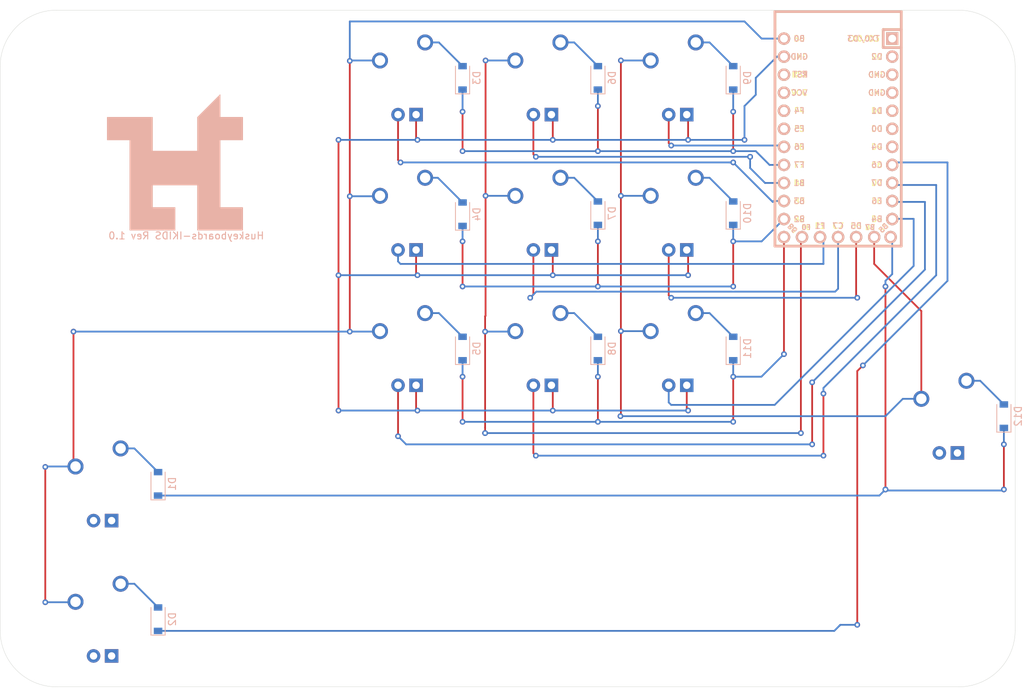
<source format=kicad_pcb>
(kicad_pcb (version 20171130) (host pcbnew "(5.1.9-0-10_14)")

  (general
    (thickness 1.6)
    (drawings 10)
    (tracks 306)
    (zones 0)
    (modules 25)
    (nets 48)
  )

  (page A4)
  (layers
    (0 F.Cu signal)
    (31 B.Cu signal)
    (32 B.Adhes user)
    (33 F.Adhes user)
    (34 B.Paste user)
    (35 F.Paste user)
    (36 B.SilkS user)
    (37 F.SilkS user)
    (38 B.Mask user)
    (39 F.Mask user)
    (40 Dwgs.User user)
    (41 Cmts.User user)
    (42 Eco1.User user)
    (43 Eco2.User user)
    (44 Edge.Cuts user)
    (45 Margin user)
    (46 B.CrtYd user)
    (47 F.CrtYd user)
    (48 B.Fab user)
    (49 F.Fab user)
  )

  (setup
    (last_trace_width 0.25)
    (trace_clearance 0.2)
    (zone_clearance 0.508)
    (zone_45_only no)
    (trace_min 0.2)
    (via_size 0.8)
    (via_drill 0.4)
    (via_min_size 0.4)
    (via_min_drill 0.3)
    (uvia_size 0.3)
    (uvia_drill 0.1)
    (uvias_allowed no)
    (uvia_min_size 0.2)
    (uvia_min_drill 0.1)
    (edge_width 0.05)
    (segment_width 0.2)
    (pcb_text_width 0.3)
    (pcb_text_size 1.5 1.5)
    (mod_edge_width 0.12)
    (mod_text_size 1 1)
    (mod_text_width 0.15)
    (pad_size 1.524 1.524)
    (pad_drill 0.762)
    (pad_to_mask_clearance 0)
    (aux_axis_origin 0 0)
    (visible_elements FFFFFFFF)
    (pcbplotparams
      (layerselection 0x3ffff_ffffffff)
      (usegerberextensions false)
      (usegerberattributes true)
      (usegerberadvancedattributes true)
      (creategerberjobfile true)
      (excludeedgelayer true)
      (linewidth 0.100000)
      (plotframeref false)
      (viasonmask false)
      (mode 1)
      (useauxorigin false)
      (hpglpennumber 1)
      (hpglpenspeed 20)
      (hpglpendiameter 15.000000)
      (psnegative false)
      (psa4output false)
      (plotreference true)
      (plotvalue true)
      (plotinvisibletext false)
      (padsonsilk false)
      (subtractmaskfromsilk false)
      (outputformat 1)
      (mirror false)
      (drillshape 0)
      (scaleselection 1)
      (outputdirectory "./gerbers"))
  )

  (net 0 "")
  (net 1 "Net-(D1-Pad2)")
  (net 2 row4)
  (net 3 "Net-(D2-Pad2)")
  (net 4 row5)
  (net 5 "Net-(D3-Pad2)")
  (net 6 row1)
  (net 7 "Net-(D4-Pad2)")
  (net 8 row2)
  (net 9 "Net-(D5-Pad2)")
  (net 10 row3)
  (net 11 "Net-(D6-Pad2)")
  (net 12 "Net-(D7-Pad2)")
  (net 13 "Net-(D8-Pad2)")
  (net 14 "Net-(D9-Pad2)")
  (net 15 "Net-(D10-Pad2)")
  (net 16 "Net-(D11-Pad2)")
  (net 17 "Net-(D12-Pad2)")
  (net 18 "Net-(MX1-Pad4)")
  (net 19 "Net-(MX1-Pad3)")
  (net 20 col1)
  (net 21 "Net-(MX2-Pad4)")
  (net 22 "Net-(MX2-Pad3)")
  (net 23 gnd)
  (net 24 led1)
  (net 25 led4)
  (net 26 led7)
  (net 27 led2)
  (net 28 col2)
  (net 29 led5)
  (net 30 led8)
  (net 31 led3)
  (net 32 col3)
  (net 33 led6)
  (net 34 led9)
  (net 35 "Net-(MX12-Pad4)")
  (net 36 "Net-(MX12-Pad3)")
  (net 37 "Net-(U1-Pad22)")
  (net 38 "Net-(U1-Pad21)")
  (net 39 "Net-(U1-Pad4)")
  (net 40 "Net-(U1-Pad20)")
  (net 41 "Net-(U1-Pad19)")
  (net 42 "Net-(U1-Pad7)")
  (net 43 "Net-(U1-Pad6)")
  (net 44 "Net-(U1-Pad5)")
  (net 45 "Net-(U1-Pad3)")
  (net 46 "Net-(U1-Pad2)")
  (net 47 "Net-(U1-Pad1)")

  (net_class Default "This is the default net class."
    (clearance 0.2)
    (trace_width 0.25)
    (via_dia 0.8)
    (via_drill 0.4)
    (uvia_dia 0.3)
    (uvia_drill 0.1)
    (add_net "Net-(D1-Pad2)")
    (add_net "Net-(D10-Pad2)")
    (add_net "Net-(D11-Pad2)")
    (add_net "Net-(D12-Pad2)")
    (add_net "Net-(D2-Pad2)")
    (add_net "Net-(D3-Pad2)")
    (add_net "Net-(D4-Pad2)")
    (add_net "Net-(D5-Pad2)")
    (add_net "Net-(D6-Pad2)")
    (add_net "Net-(D7-Pad2)")
    (add_net "Net-(D8-Pad2)")
    (add_net "Net-(D9-Pad2)")
    (add_net "Net-(MX1-Pad3)")
    (add_net "Net-(MX1-Pad4)")
    (add_net "Net-(MX12-Pad3)")
    (add_net "Net-(MX12-Pad4)")
    (add_net "Net-(MX2-Pad3)")
    (add_net "Net-(MX2-Pad4)")
    (add_net "Net-(U1-Pad1)")
    (add_net "Net-(U1-Pad19)")
    (add_net "Net-(U1-Pad2)")
    (add_net "Net-(U1-Pad20)")
    (add_net "Net-(U1-Pad21)")
    (add_net "Net-(U1-Pad22)")
    (add_net "Net-(U1-Pad3)")
    (add_net "Net-(U1-Pad4)")
    (add_net "Net-(U1-Pad5)")
    (add_net "Net-(U1-Pad6)")
    (add_net "Net-(U1-Pad7)")
    (add_net col1)
    (add_net col2)
    (add_net col3)
    (add_net gnd)
    (add_net led1)
    (add_net led2)
    (add_net led3)
    (add_net led4)
    (add_net led5)
    (add_net led6)
    (add_net led7)
    (add_net led8)
    (add_net led9)
    (add_net row1)
    (add_net row2)
    (add_net row3)
    (add_net row4)
    (add_net row5)
  )

  (module MX_Only:MXOnly-1.5U (layer F.Cu) (tedit 5AC998EE) (tstamp 6074926A)
    (at 85.852 144.55775)
    (path /607B7F5F)
    (fp_text reference MX2 (at 0 3.175) (layer Dwgs.User)
      (effects (font (size 1 1) (thickness 0.15)))
    )
    (fp_text value MX-LED (at 0 -7.9375) (layer Dwgs.User)
      (effects (font (size 1 1) (thickness 0.15)))
    )
    (fp_line (start 5 -7) (end 7 -7) (layer Dwgs.User) (width 0.15))
    (fp_line (start 7 -7) (end 7 -5) (layer Dwgs.User) (width 0.15))
    (fp_line (start 5 7) (end 7 7) (layer Dwgs.User) (width 0.15))
    (fp_line (start 7 7) (end 7 5) (layer Dwgs.User) (width 0.15))
    (fp_line (start -7 5) (end -7 7) (layer Dwgs.User) (width 0.15))
    (fp_line (start -7 7) (end -5 7) (layer Dwgs.User) (width 0.15))
    (fp_line (start -5 -7) (end -7 -7) (layer Dwgs.User) (width 0.15))
    (fp_line (start -7 -7) (end -7 -5) (layer Dwgs.User) (width 0.15))
    (fp_line (start -14.2875 -9.525) (end 14.2875 -9.525) (layer Dwgs.User) (width 0.15))
    (fp_line (start 14.2875 -9.525) (end 14.2875 9.525) (layer Dwgs.User) (width 0.15))
    (fp_line (start -14.2875 9.525) (end 14.2875 9.525) (layer Dwgs.User) (width 0.15))
    (fp_line (start -14.2875 9.525) (end -14.2875 -9.525) (layer Dwgs.User) (width 0.15))
    (pad "" np_thru_hole circle (at 5.08 0 48.0996) (size 1.75 1.75) (drill 1.75) (layers *.Cu *.Mask))
    (pad "" np_thru_hole circle (at -5.08 0 48.0996) (size 1.75 1.75) (drill 1.75) (layers *.Cu *.Mask))
    (pad 4 thru_hole rect (at 1.27 5.08) (size 1.905 1.905) (drill 1.04) (layers *.Cu B.Mask)
      (net 21 "Net-(MX2-Pad4)"))
    (pad 3 thru_hole circle (at -1.27 5.08) (size 1.905 1.905) (drill 1.04) (layers *.Cu B.Mask)
      (net 22 "Net-(MX2-Pad3)"))
    (pad 1 thru_hole circle (at -3.81 -2.54) (size 2.25 2.25) (drill 1.47) (layers *.Cu B.Mask)
      (net 20 col1))
    (pad "" np_thru_hole circle (at 0 0) (size 3.9878 3.9878) (drill 3.9878) (layers *.Cu *.Mask))
    (pad 2 thru_hole circle (at 2.54 -5.08) (size 2.25 2.25) (drill 1.47) (layers *.Cu B.Mask)
      (net 3 "Net-(D2-Pad2)"))
  )

  (module MX_Only:MXOnly-1U (layer F.Cu) (tedit 5AC9901D) (tstamp 607492C6)
    (at 147.7645 68.35775)
    (path /607A7443)
    (fp_text reference MX6 (at 0 3.175) (layer Dwgs.User)
      (effects (font (size 1 1) (thickness 0.15)))
    )
    (fp_text value MX-LED (at 0 -7.9375) (layer Dwgs.User)
      (effects (font (size 1 1) (thickness 0.15)))
    )
    (fp_line (start 5 -7) (end 7 -7) (layer Dwgs.User) (width 0.15))
    (fp_line (start 7 -7) (end 7 -5) (layer Dwgs.User) (width 0.15))
    (fp_line (start 5 7) (end 7 7) (layer Dwgs.User) (width 0.15))
    (fp_line (start 7 7) (end 7 5) (layer Dwgs.User) (width 0.15))
    (fp_line (start -7 5) (end -7 7) (layer Dwgs.User) (width 0.15))
    (fp_line (start -7 7) (end -5 7) (layer Dwgs.User) (width 0.15))
    (fp_line (start -5 -7) (end -7 -7) (layer Dwgs.User) (width 0.15))
    (fp_line (start -7 -7) (end -7 -5) (layer Dwgs.User) (width 0.15))
    (fp_line (start -9.525 -9.525) (end 9.525 -9.525) (layer Dwgs.User) (width 0.15))
    (fp_line (start 9.525 -9.525) (end 9.525 9.525) (layer Dwgs.User) (width 0.15))
    (fp_line (start 9.525 9.525) (end -9.525 9.525) (layer Dwgs.User) (width 0.15))
    (fp_line (start -9.525 9.525) (end -9.525 -9.525) (layer Dwgs.User) (width 0.15))
    (pad "" np_thru_hole circle (at 5.08 0 48.0996) (size 1.75 1.75) (drill 1.75) (layers *.Cu *.Mask))
    (pad "" np_thru_hole circle (at -5.08 0 48.0996) (size 1.75 1.75) (drill 1.75) (layers *.Cu *.Mask))
    (pad 4 thru_hole rect (at 1.27 5.08) (size 1.905 1.905) (drill 1.04) (layers *.Cu B.Mask)
      (net 23 gnd))
    (pad 3 thru_hole circle (at -1.27 5.08) (size 1.905 1.905) (drill 1.04) (layers *.Cu B.Mask)
      (net 27 led2))
    (pad 1 thru_hole circle (at -3.81 -2.54) (size 2.25 2.25) (drill 1.47) (layers *.Cu B.Mask)
      (net 28 col2))
    (pad "" np_thru_hole circle (at 0 0) (size 3.9878 3.9878) (drill 3.9878) (layers *.Cu *.Mask))
    (pad 2 thru_hole circle (at 2.54 -5.08) (size 2.25 2.25) (drill 1.47) (layers *.Cu B.Mask)
      (net 11 "Net-(D6-Pad2)"))
  )

  (module MX_Only:MXOnly-1U (layer F.Cu) (tedit 5AC9901D) (tstamp 60749339)
    (at 166.8145 106.45775)
    (path /607B13F5)
    (fp_text reference MX11 (at 0 3.175) (layer Dwgs.User)
      (effects (font (size 1 1) (thickness 0.15)))
    )
    (fp_text value MX-LED (at 0 -7.9375) (layer Dwgs.User)
      (effects (font (size 1 1) (thickness 0.15)))
    )
    (fp_line (start 5 -7) (end 7 -7) (layer Dwgs.User) (width 0.15))
    (fp_line (start 7 -7) (end 7 -5) (layer Dwgs.User) (width 0.15))
    (fp_line (start 5 7) (end 7 7) (layer Dwgs.User) (width 0.15))
    (fp_line (start 7 7) (end 7 5) (layer Dwgs.User) (width 0.15))
    (fp_line (start -7 5) (end -7 7) (layer Dwgs.User) (width 0.15))
    (fp_line (start -7 7) (end -5 7) (layer Dwgs.User) (width 0.15))
    (fp_line (start -5 -7) (end -7 -7) (layer Dwgs.User) (width 0.15))
    (fp_line (start -7 -7) (end -7 -5) (layer Dwgs.User) (width 0.15))
    (fp_line (start -9.525 -9.525) (end 9.525 -9.525) (layer Dwgs.User) (width 0.15))
    (fp_line (start 9.525 -9.525) (end 9.525 9.525) (layer Dwgs.User) (width 0.15))
    (fp_line (start 9.525 9.525) (end -9.525 9.525) (layer Dwgs.User) (width 0.15))
    (fp_line (start -9.525 9.525) (end -9.525 -9.525) (layer Dwgs.User) (width 0.15))
    (pad "" np_thru_hole circle (at 5.08 0 48.0996) (size 1.75 1.75) (drill 1.75) (layers *.Cu *.Mask))
    (pad "" np_thru_hole circle (at -5.08 0 48.0996) (size 1.75 1.75) (drill 1.75) (layers *.Cu *.Mask))
    (pad 4 thru_hole rect (at 1.27 5.08) (size 1.905 1.905) (drill 1.04) (layers *.Cu B.Mask)
      (net 23 gnd))
    (pad 3 thru_hole circle (at -1.27 5.08) (size 1.905 1.905) (drill 1.04) (layers *.Cu B.Mask)
      (net 34 led9))
    (pad 1 thru_hole circle (at -3.81 -2.54) (size 2.25 2.25) (drill 1.47) (layers *.Cu B.Mask)
      (net 32 col3))
    (pad "" np_thru_hole circle (at 0 0) (size 3.9878 3.9878) (drill 3.9878) (layers *.Cu *.Mask))
    (pad 2 thru_hole circle (at 2.54 -5.08) (size 2.25 2.25) (drill 1.47) (layers *.Cu B.Mask)
      (net 16 "Net-(D11-Pad2)"))
  )

  (module Diode_SMD:D_SOD-123 (layer B.Cu) (tedit 58645DC7) (tstamp 607442C2)
    (at 212.725 115.8875 90)
    (descr SOD-123)
    (tags SOD-123)
    (path /607BCE1D)
    (attr smd)
    (fp_text reference D12 (at 0 2 90) (layer B.SilkS)
      (effects (font (size 1 1) (thickness 0.15)) (justify mirror))
    )
    (fp_text value D_Small (at 0 -2.1 90) (layer B.Fab)
      (effects (font (size 1 1) (thickness 0.15)) (justify mirror))
    )
    (fp_line (start -2.25 1) (end 1.65 1) (layer B.SilkS) (width 0.12))
    (fp_line (start -2.25 -1) (end 1.65 -1) (layer B.SilkS) (width 0.12))
    (fp_line (start -2.35 1.15) (end -2.35 -1.15) (layer B.CrtYd) (width 0.05))
    (fp_line (start 2.35 -1.15) (end -2.35 -1.15) (layer B.CrtYd) (width 0.05))
    (fp_line (start 2.35 1.15) (end 2.35 -1.15) (layer B.CrtYd) (width 0.05))
    (fp_line (start -2.35 1.15) (end 2.35 1.15) (layer B.CrtYd) (width 0.05))
    (fp_line (start -1.4 0.9) (end 1.4 0.9) (layer B.Fab) (width 0.1))
    (fp_line (start 1.4 0.9) (end 1.4 -0.9) (layer B.Fab) (width 0.1))
    (fp_line (start 1.4 -0.9) (end -1.4 -0.9) (layer B.Fab) (width 0.1))
    (fp_line (start -1.4 -0.9) (end -1.4 0.9) (layer B.Fab) (width 0.1))
    (fp_line (start -0.75 0) (end -0.35 0) (layer B.Fab) (width 0.1))
    (fp_line (start -0.35 0) (end -0.35 0.55) (layer B.Fab) (width 0.1))
    (fp_line (start -0.35 0) (end -0.35 -0.55) (layer B.Fab) (width 0.1))
    (fp_line (start -0.35 0) (end 0.25 0.4) (layer B.Fab) (width 0.1))
    (fp_line (start 0.25 0.4) (end 0.25 -0.4) (layer B.Fab) (width 0.1))
    (fp_line (start 0.25 -0.4) (end -0.35 0) (layer B.Fab) (width 0.1))
    (fp_line (start 0.25 0) (end 0.75 0) (layer B.Fab) (width 0.1))
    (fp_line (start -2.25 1) (end -2.25 -1) (layer B.SilkS) (width 0.12))
    (fp_text user %R (at 0 2 90) (layer B.Fab)
      (effects (font (size 1 1) (thickness 0.15)) (justify mirror))
    )
    (pad 2 smd rect (at 1.65 0 90) (size 0.9 1.2) (layers B.Cu B.Paste B.Mask)
      (net 17 "Net-(D12-Pad2)"))
    (pad 1 smd rect (at -1.65 0 90) (size 0.9 1.2) (layers B.Cu B.Paste B.Mask)
      (net 2 row4))
    (model ${KISYS3DMOD}/Diode_SMD.3dshapes/D_SOD-123.wrl
      (at (xyz 0 0 0))
      (scale (xyz 1 1 1))
      (rotate (xyz 0 0 0))
    )
  )

  (module Diode_SMD:D_SOD-123 (layer B.Cu) (tedit 58645DC7) (tstamp 60749229)
    (at 174.625 106.3625 90)
    (descr SOD-123)
    (tags SOD-123)
    (path /607B13FB)
    (attr smd)
    (fp_text reference D11 (at 0 2 90) (layer B.SilkS)
      (effects (font (size 1 1) (thickness 0.15)) (justify mirror))
    )
    (fp_text value D_Small (at 0 -2.1 90) (layer B.Fab)
      (effects (font (size 1 1) (thickness 0.15)) (justify mirror))
    )
    (fp_line (start -2.25 1) (end 1.65 1) (layer B.SilkS) (width 0.12))
    (fp_line (start -2.25 -1) (end 1.65 -1) (layer B.SilkS) (width 0.12))
    (fp_line (start -2.35 1.15) (end -2.35 -1.15) (layer B.CrtYd) (width 0.05))
    (fp_line (start 2.35 -1.15) (end -2.35 -1.15) (layer B.CrtYd) (width 0.05))
    (fp_line (start 2.35 1.15) (end 2.35 -1.15) (layer B.CrtYd) (width 0.05))
    (fp_line (start -2.35 1.15) (end 2.35 1.15) (layer B.CrtYd) (width 0.05))
    (fp_line (start -1.4 0.9) (end 1.4 0.9) (layer B.Fab) (width 0.1))
    (fp_line (start 1.4 0.9) (end 1.4 -0.9) (layer B.Fab) (width 0.1))
    (fp_line (start 1.4 -0.9) (end -1.4 -0.9) (layer B.Fab) (width 0.1))
    (fp_line (start -1.4 -0.9) (end -1.4 0.9) (layer B.Fab) (width 0.1))
    (fp_line (start -0.75 0) (end -0.35 0) (layer B.Fab) (width 0.1))
    (fp_line (start -0.35 0) (end -0.35 0.55) (layer B.Fab) (width 0.1))
    (fp_line (start -0.35 0) (end -0.35 -0.55) (layer B.Fab) (width 0.1))
    (fp_line (start -0.35 0) (end 0.25 0.4) (layer B.Fab) (width 0.1))
    (fp_line (start 0.25 0.4) (end 0.25 -0.4) (layer B.Fab) (width 0.1))
    (fp_line (start 0.25 -0.4) (end -0.35 0) (layer B.Fab) (width 0.1))
    (fp_line (start 0.25 0) (end 0.75 0) (layer B.Fab) (width 0.1))
    (fp_line (start -2.25 1) (end -2.25 -1) (layer B.SilkS) (width 0.12))
    (fp_text user %R (at 0 2 90) (layer B.Fab)
      (effects (font (size 1 1) (thickness 0.15)) (justify mirror))
    )
    (pad 2 smd rect (at 1.65 0 90) (size 0.9 1.2) (layers B.Cu B.Paste B.Mask)
      (net 16 "Net-(D11-Pad2)"))
    (pad 1 smd rect (at -1.65 0 90) (size 0.9 1.2) (layers B.Cu B.Paste B.Mask)
      (net 10 row3))
    (model ${KISYS3DMOD}/Diode_SMD.3dshapes/D_SOD-123.wrl
      (at (xyz 0 0 0))
      (scale (xyz 1 1 1))
      (rotate (xyz 0 0 0))
    )
  )

  (module Diode_SMD:D_SOD-123 (layer B.Cu) (tedit 58645DC7) (tstamp 60749216)
    (at 174.625 87.3125 90)
    (descr SOD-123)
    (tags SOD-123)
    (path /607AE04E)
    (attr smd)
    (fp_text reference D10 (at 0 2 90) (layer B.SilkS)
      (effects (font (size 1 1) (thickness 0.15)) (justify mirror))
    )
    (fp_text value D_Small (at 0 -2.1 90) (layer B.Fab)
      (effects (font (size 1 1) (thickness 0.15)) (justify mirror))
    )
    (fp_line (start -2.25 1) (end 1.65 1) (layer B.SilkS) (width 0.12))
    (fp_line (start -2.25 -1) (end 1.65 -1) (layer B.SilkS) (width 0.12))
    (fp_line (start -2.35 1.15) (end -2.35 -1.15) (layer B.CrtYd) (width 0.05))
    (fp_line (start 2.35 -1.15) (end -2.35 -1.15) (layer B.CrtYd) (width 0.05))
    (fp_line (start 2.35 1.15) (end 2.35 -1.15) (layer B.CrtYd) (width 0.05))
    (fp_line (start -2.35 1.15) (end 2.35 1.15) (layer B.CrtYd) (width 0.05))
    (fp_line (start -1.4 0.9) (end 1.4 0.9) (layer B.Fab) (width 0.1))
    (fp_line (start 1.4 0.9) (end 1.4 -0.9) (layer B.Fab) (width 0.1))
    (fp_line (start 1.4 -0.9) (end -1.4 -0.9) (layer B.Fab) (width 0.1))
    (fp_line (start -1.4 -0.9) (end -1.4 0.9) (layer B.Fab) (width 0.1))
    (fp_line (start -0.75 0) (end -0.35 0) (layer B.Fab) (width 0.1))
    (fp_line (start -0.35 0) (end -0.35 0.55) (layer B.Fab) (width 0.1))
    (fp_line (start -0.35 0) (end -0.35 -0.55) (layer B.Fab) (width 0.1))
    (fp_line (start -0.35 0) (end 0.25 0.4) (layer B.Fab) (width 0.1))
    (fp_line (start 0.25 0.4) (end 0.25 -0.4) (layer B.Fab) (width 0.1))
    (fp_line (start 0.25 -0.4) (end -0.35 0) (layer B.Fab) (width 0.1))
    (fp_line (start 0.25 0) (end 0.75 0) (layer B.Fab) (width 0.1))
    (fp_line (start -2.25 1) (end -2.25 -1) (layer B.SilkS) (width 0.12))
    (fp_text user %R (at 0 2 90) (layer B.Fab)
      (effects (font (size 1 1) (thickness 0.15)) (justify mirror))
    )
    (pad 2 smd rect (at 1.65 0 90) (size 0.9 1.2) (layers B.Cu B.Paste B.Mask)
      (net 15 "Net-(D10-Pad2)"))
    (pad 1 smd rect (at -1.65 0 90) (size 0.9 1.2) (layers B.Cu B.Paste B.Mask)
      (net 8 row2))
    (model ${KISYS3DMOD}/Diode_SMD.3dshapes/D_SOD-123.wrl
      (at (xyz 0 0 0))
      (scale (xyz 1 1 1))
      (rotate (xyz 0 0 0))
    )
  )

  (module Diode_SMD:D_SOD-123 (layer B.Cu) (tedit 58645DC7) (tstamp 60749203)
    (at 174.625 68.2625 90)
    (descr SOD-123)
    (tags SOD-123)
    (path /607A8347)
    (attr smd)
    (fp_text reference D9 (at 0 2 90) (layer B.SilkS)
      (effects (font (size 1 1) (thickness 0.15)) (justify mirror))
    )
    (fp_text value D_Small (at 0 -2.1 90) (layer B.Fab)
      (effects (font (size 1 1) (thickness 0.15)) (justify mirror))
    )
    (fp_line (start -2.25 1) (end 1.65 1) (layer B.SilkS) (width 0.12))
    (fp_line (start -2.25 -1) (end 1.65 -1) (layer B.SilkS) (width 0.12))
    (fp_line (start -2.35 1.15) (end -2.35 -1.15) (layer B.CrtYd) (width 0.05))
    (fp_line (start 2.35 -1.15) (end -2.35 -1.15) (layer B.CrtYd) (width 0.05))
    (fp_line (start 2.35 1.15) (end 2.35 -1.15) (layer B.CrtYd) (width 0.05))
    (fp_line (start -2.35 1.15) (end 2.35 1.15) (layer B.CrtYd) (width 0.05))
    (fp_line (start -1.4 0.9) (end 1.4 0.9) (layer B.Fab) (width 0.1))
    (fp_line (start 1.4 0.9) (end 1.4 -0.9) (layer B.Fab) (width 0.1))
    (fp_line (start 1.4 -0.9) (end -1.4 -0.9) (layer B.Fab) (width 0.1))
    (fp_line (start -1.4 -0.9) (end -1.4 0.9) (layer B.Fab) (width 0.1))
    (fp_line (start -0.75 0) (end -0.35 0) (layer B.Fab) (width 0.1))
    (fp_line (start -0.35 0) (end -0.35 0.55) (layer B.Fab) (width 0.1))
    (fp_line (start -0.35 0) (end -0.35 -0.55) (layer B.Fab) (width 0.1))
    (fp_line (start -0.35 0) (end 0.25 0.4) (layer B.Fab) (width 0.1))
    (fp_line (start 0.25 0.4) (end 0.25 -0.4) (layer B.Fab) (width 0.1))
    (fp_line (start 0.25 -0.4) (end -0.35 0) (layer B.Fab) (width 0.1))
    (fp_line (start 0.25 0) (end 0.75 0) (layer B.Fab) (width 0.1))
    (fp_line (start -2.25 1) (end -2.25 -1) (layer B.SilkS) (width 0.12))
    (fp_text user %R (at 0 2 90) (layer B.Fab)
      (effects (font (size 1 1) (thickness 0.15)) (justify mirror))
    )
    (pad 2 smd rect (at 1.65 0 90) (size 0.9 1.2) (layers B.Cu B.Paste B.Mask)
      (net 14 "Net-(D9-Pad2)"))
    (pad 1 smd rect (at -1.65 0 90) (size 0.9 1.2) (layers B.Cu B.Paste B.Mask)
      (net 6 row1))
    (model ${KISYS3DMOD}/Diode_SMD.3dshapes/D_SOD-123.wrl
      (at (xyz 0 0 0))
      (scale (xyz 1 1 1))
      (rotate (xyz 0 0 0))
    )
  )

  (module Diode_SMD:D_SOD-123 (layer B.Cu) (tedit 58645DC7) (tstamp 607491F0)
    (at 155.575 106.3625 90)
    (descr SOD-123)
    (tags SOD-123)
    (path /607B13EE)
    (attr smd)
    (fp_text reference D8 (at 0 2 90) (layer B.SilkS)
      (effects (font (size 1 1) (thickness 0.15)) (justify mirror))
    )
    (fp_text value D_Small (at 0 -2.1 90) (layer B.Fab)
      (effects (font (size 1 1) (thickness 0.15)) (justify mirror))
    )
    (fp_line (start -2.25 1) (end 1.65 1) (layer B.SilkS) (width 0.12))
    (fp_line (start -2.25 -1) (end 1.65 -1) (layer B.SilkS) (width 0.12))
    (fp_line (start -2.35 1.15) (end -2.35 -1.15) (layer B.CrtYd) (width 0.05))
    (fp_line (start 2.35 -1.15) (end -2.35 -1.15) (layer B.CrtYd) (width 0.05))
    (fp_line (start 2.35 1.15) (end 2.35 -1.15) (layer B.CrtYd) (width 0.05))
    (fp_line (start -2.35 1.15) (end 2.35 1.15) (layer B.CrtYd) (width 0.05))
    (fp_line (start -1.4 0.9) (end 1.4 0.9) (layer B.Fab) (width 0.1))
    (fp_line (start 1.4 0.9) (end 1.4 -0.9) (layer B.Fab) (width 0.1))
    (fp_line (start 1.4 -0.9) (end -1.4 -0.9) (layer B.Fab) (width 0.1))
    (fp_line (start -1.4 -0.9) (end -1.4 0.9) (layer B.Fab) (width 0.1))
    (fp_line (start -0.75 0) (end -0.35 0) (layer B.Fab) (width 0.1))
    (fp_line (start -0.35 0) (end -0.35 0.55) (layer B.Fab) (width 0.1))
    (fp_line (start -0.35 0) (end -0.35 -0.55) (layer B.Fab) (width 0.1))
    (fp_line (start -0.35 0) (end 0.25 0.4) (layer B.Fab) (width 0.1))
    (fp_line (start 0.25 0.4) (end 0.25 -0.4) (layer B.Fab) (width 0.1))
    (fp_line (start 0.25 -0.4) (end -0.35 0) (layer B.Fab) (width 0.1))
    (fp_line (start 0.25 0) (end 0.75 0) (layer B.Fab) (width 0.1))
    (fp_line (start -2.25 1) (end -2.25 -1) (layer B.SilkS) (width 0.12))
    (fp_text user %R (at 0 2 90) (layer B.Fab)
      (effects (font (size 1 1) (thickness 0.15)) (justify mirror))
    )
    (pad 2 smd rect (at 1.65 0 90) (size 0.9 1.2) (layers B.Cu B.Paste B.Mask)
      (net 13 "Net-(D8-Pad2)"))
    (pad 1 smd rect (at -1.65 0 90) (size 0.9 1.2) (layers B.Cu B.Paste B.Mask)
      (net 10 row3))
    (model ${KISYS3DMOD}/Diode_SMD.3dshapes/D_SOD-123.wrl
      (at (xyz 0 0 0))
      (scale (xyz 1 1 1))
      (rotate (xyz 0 0 0))
    )
  )

  (module Diode_SMD:D_SOD-123 (layer B.Cu) (tedit 58645DC7) (tstamp 607491DD)
    (at 155.575 87.3125 90)
    (descr SOD-123)
    (tags SOD-123)
    (path /607AE041)
    (attr smd)
    (fp_text reference D7 (at 0 2 90) (layer B.SilkS)
      (effects (font (size 1 1) (thickness 0.15)) (justify mirror))
    )
    (fp_text value D_Small (at 0 -2.1 90) (layer B.Fab)
      (effects (font (size 1 1) (thickness 0.15)) (justify mirror))
    )
    (fp_line (start -2.25 1) (end 1.65 1) (layer B.SilkS) (width 0.12))
    (fp_line (start -2.25 -1) (end 1.65 -1) (layer B.SilkS) (width 0.12))
    (fp_line (start -2.35 1.15) (end -2.35 -1.15) (layer B.CrtYd) (width 0.05))
    (fp_line (start 2.35 -1.15) (end -2.35 -1.15) (layer B.CrtYd) (width 0.05))
    (fp_line (start 2.35 1.15) (end 2.35 -1.15) (layer B.CrtYd) (width 0.05))
    (fp_line (start -2.35 1.15) (end 2.35 1.15) (layer B.CrtYd) (width 0.05))
    (fp_line (start -1.4 0.9) (end 1.4 0.9) (layer B.Fab) (width 0.1))
    (fp_line (start 1.4 0.9) (end 1.4 -0.9) (layer B.Fab) (width 0.1))
    (fp_line (start 1.4 -0.9) (end -1.4 -0.9) (layer B.Fab) (width 0.1))
    (fp_line (start -1.4 -0.9) (end -1.4 0.9) (layer B.Fab) (width 0.1))
    (fp_line (start -0.75 0) (end -0.35 0) (layer B.Fab) (width 0.1))
    (fp_line (start -0.35 0) (end -0.35 0.55) (layer B.Fab) (width 0.1))
    (fp_line (start -0.35 0) (end -0.35 -0.55) (layer B.Fab) (width 0.1))
    (fp_line (start -0.35 0) (end 0.25 0.4) (layer B.Fab) (width 0.1))
    (fp_line (start 0.25 0.4) (end 0.25 -0.4) (layer B.Fab) (width 0.1))
    (fp_line (start 0.25 -0.4) (end -0.35 0) (layer B.Fab) (width 0.1))
    (fp_line (start 0.25 0) (end 0.75 0) (layer B.Fab) (width 0.1))
    (fp_line (start -2.25 1) (end -2.25 -1) (layer B.SilkS) (width 0.12))
    (fp_text user %R (at 0 2 90) (layer B.Fab)
      (effects (font (size 1 1) (thickness 0.15)) (justify mirror))
    )
    (pad 2 smd rect (at 1.65 0 90) (size 0.9 1.2) (layers B.Cu B.Paste B.Mask)
      (net 12 "Net-(D7-Pad2)"))
    (pad 1 smd rect (at -1.65 0 90) (size 0.9 1.2) (layers B.Cu B.Paste B.Mask)
      (net 8 row2))
    (model ${KISYS3DMOD}/Diode_SMD.3dshapes/D_SOD-123.wrl
      (at (xyz 0 0 0))
      (scale (xyz 1 1 1))
      (rotate (xyz 0 0 0))
    )
  )

  (module Diode_SMD:D_SOD-123 (layer B.Cu) (tedit 58645DC7) (tstamp 607491CA)
    (at 155.575 68.2625 90)
    (descr SOD-123)
    (tags SOD-123)
    (path /607A7449)
    (attr smd)
    (fp_text reference D6 (at 0 2 90) (layer B.SilkS)
      (effects (font (size 1 1) (thickness 0.15)) (justify mirror))
    )
    (fp_text value D_Small (at 0 -2.1 90) (layer B.Fab)
      (effects (font (size 1 1) (thickness 0.15)) (justify mirror))
    )
    (fp_line (start -2.25 1) (end 1.65 1) (layer B.SilkS) (width 0.12))
    (fp_line (start -2.25 -1) (end 1.65 -1) (layer B.SilkS) (width 0.12))
    (fp_line (start -2.35 1.15) (end -2.35 -1.15) (layer B.CrtYd) (width 0.05))
    (fp_line (start 2.35 -1.15) (end -2.35 -1.15) (layer B.CrtYd) (width 0.05))
    (fp_line (start 2.35 1.15) (end 2.35 -1.15) (layer B.CrtYd) (width 0.05))
    (fp_line (start -2.35 1.15) (end 2.35 1.15) (layer B.CrtYd) (width 0.05))
    (fp_line (start -1.4 0.9) (end 1.4 0.9) (layer B.Fab) (width 0.1))
    (fp_line (start 1.4 0.9) (end 1.4 -0.9) (layer B.Fab) (width 0.1))
    (fp_line (start 1.4 -0.9) (end -1.4 -0.9) (layer B.Fab) (width 0.1))
    (fp_line (start -1.4 -0.9) (end -1.4 0.9) (layer B.Fab) (width 0.1))
    (fp_line (start -0.75 0) (end -0.35 0) (layer B.Fab) (width 0.1))
    (fp_line (start -0.35 0) (end -0.35 0.55) (layer B.Fab) (width 0.1))
    (fp_line (start -0.35 0) (end -0.35 -0.55) (layer B.Fab) (width 0.1))
    (fp_line (start -0.35 0) (end 0.25 0.4) (layer B.Fab) (width 0.1))
    (fp_line (start 0.25 0.4) (end 0.25 -0.4) (layer B.Fab) (width 0.1))
    (fp_line (start 0.25 -0.4) (end -0.35 0) (layer B.Fab) (width 0.1))
    (fp_line (start 0.25 0) (end 0.75 0) (layer B.Fab) (width 0.1))
    (fp_line (start -2.25 1) (end -2.25 -1) (layer B.SilkS) (width 0.12))
    (fp_text user %R (at 0 2 90) (layer B.Fab)
      (effects (font (size 1 1) (thickness 0.15)) (justify mirror))
    )
    (pad 2 smd rect (at 1.65 0 90) (size 0.9 1.2) (layers B.Cu B.Paste B.Mask)
      (net 11 "Net-(D6-Pad2)"))
    (pad 1 smd rect (at -1.65 0 90) (size 0.9 1.2) (layers B.Cu B.Paste B.Mask)
      (net 6 row1))
    (model ${KISYS3DMOD}/Diode_SMD.3dshapes/D_SOD-123.wrl
      (at (xyz 0 0 0))
      (scale (xyz 1 1 1))
      (rotate (xyz 0 0 0))
    )
  )

  (module Diode_SMD:D_SOD-123 (layer B.Cu) (tedit 58645DC7) (tstamp 60743393)
    (at 136.525 106.3625 90)
    (descr SOD-123)
    (tags SOD-123)
    (path /607B13E1)
    (attr smd)
    (fp_text reference D5 (at 0 2 90) (layer B.SilkS)
      (effects (font (size 1 1) (thickness 0.15)) (justify mirror))
    )
    (fp_text value D_Small (at 0 -2.1 90) (layer B.Fab)
      (effects (font (size 1 1) (thickness 0.15)) (justify mirror))
    )
    (fp_line (start -2.25 1) (end 1.65 1) (layer B.SilkS) (width 0.12))
    (fp_line (start -2.25 -1) (end 1.65 -1) (layer B.SilkS) (width 0.12))
    (fp_line (start -2.35 1.15) (end -2.35 -1.15) (layer B.CrtYd) (width 0.05))
    (fp_line (start 2.35 -1.15) (end -2.35 -1.15) (layer B.CrtYd) (width 0.05))
    (fp_line (start 2.35 1.15) (end 2.35 -1.15) (layer B.CrtYd) (width 0.05))
    (fp_line (start -2.35 1.15) (end 2.35 1.15) (layer B.CrtYd) (width 0.05))
    (fp_line (start -1.4 0.9) (end 1.4 0.9) (layer B.Fab) (width 0.1))
    (fp_line (start 1.4 0.9) (end 1.4 -0.9) (layer B.Fab) (width 0.1))
    (fp_line (start 1.4 -0.9) (end -1.4 -0.9) (layer B.Fab) (width 0.1))
    (fp_line (start -1.4 -0.9) (end -1.4 0.9) (layer B.Fab) (width 0.1))
    (fp_line (start -0.75 0) (end -0.35 0) (layer B.Fab) (width 0.1))
    (fp_line (start -0.35 0) (end -0.35 0.55) (layer B.Fab) (width 0.1))
    (fp_line (start -0.35 0) (end -0.35 -0.55) (layer B.Fab) (width 0.1))
    (fp_line (start -0.35 0) (end 0.25 0.4) (layer B.Fab) (width 0.1))
    (fp_line (start 0.25 0.4) (end 0.25 -0.4) (layer B.Fab) (width 0.1))
    (fp_line (start 0.25 -0.4) (end -0.35 0) (layer B.Fab) (width 0.1))
    (fp_line (start 0.25 0) (end 0.75 0) (layer B.Fab) (width 0.1))
    (fp_line (start -2.25 1) (end -2.25 -1) (layer B.SilkS) (width 0.12))
    (fp_text user %R (at 0 2 90) (layer B.Fab)
      (effects (font (size 1 1) (thickness 0.15)) (justify mirror))
    )
    (pad 2 smd rect (at 1.65 0 90) (size 0.9 1.2) (layers B.Cu B.Paste B.Mask)
      (net 9 "Net-(D5-Pad2)"))
    (pad 1 smd rect (at -1.65 0 90) (size 0.9 1.2) (layers B.Cu B.Paste B.Mask)
      (net 10 row3))
    (model ${KISYS3DMOD}/Diode_SMD.3dshapes/D_SOD-123.wrl
      (at (xyz 0 0 0))
      (scale (xyz 1 1 1))
      (rotate (xyz 0 0 0))
    )
  )

  (module Diode_SMD:D_SOD-123 (layer B.Cu) (tedit 58645DC7) (tstamp 607491A4)
    (at 136.525 87.45625 90)
    (descr SOD-123)
    (tags SOD-123)
    (path /607AE034)
    (attr smd)
    (fp_text reference D4 (at 0 2 90) (layer B.SilkS)
      (effects (font (size 1 1) (thickness 0.15)) (justify mirror))
    )
    (fp_text value D_Small (at 0 -2.1 90) (layer B.Fab)
      (effects (font (size 1 1) (thickness 0.15)) (justify mirror))
    )
    (fp_line (start -2.25 1) (end 1.65 1) (layer B.SilkS) (width 0.12))
    (fp_line (start -2.25 -1) (end 1.65 -1) (layer B.SilkS) (width 0.12))
    (fp_line (start -2.35 1.15) (end -2.35 -1.15) (layer B.CrtYd) (width 0.05))
    (fp_line (start 2.35 -1.15) (end -2.35 -1.15) (layer B.CrtYd) (width 0.05))
    (fp_line (start 2.35 1.15) (end 2.35 -1.15) (layer B.CrtYd) (width 0.05))
    (fp_line (start -2.35 1.15) (end 2.35 1.15) (layer B.CrtYd) (width 0.05))
    (fp_line (start -1.4 0.9) (end 1.4 0.9) (layer B.Fab) (width 0.1))
    (fp_line (start 1.4 0.9) (end 1.4 -0.9) (layer B.Fab) (width 0.1))
    (fp_line (start 1.4 -0.9) (end -1.4 -0.9) (layer B.Fab) (width 0.1))
    (fp_line (start -1.4 -0.9) (end -1.4 0.9) (layer B.Fab) (width 0.1))
    (fp_line (start -0.75 0) (end -0.35 0) (layer B.Fab) (width 0.1))
    (fp_line (start -0.35 0) (end -0.35 0.55) (layer B.Fab) (width 0.1))
    (fp_line (start -0.35 0) (end -0.35 -0.55) (layer B.Fab) (width 0.1))
    (fp_line (start -0.35 0) (end 0.25 0.4) (layer B.Fab) (width 0.1))
    (fp_line (start 0.25 0.4) (end 0.25 -0.4) (layer B.Fab) (width 0.1))
    (fp_line (start 0.25 -0.4) (end -0.35 0) (layer B.Fab) (width 0.1))
    (fp_line (start 0.25 0) (end 0.75 0) (layer B.Fab) (width 0.1))
    (fp_line (start -2.25 1) (end -2.25 -1) (layer B.SilkS) (width 0.12))
    (fp_text user %R (at 0 2 90) (layer B.Fab)
      (effects (font (size 1 1) (thickness 0.15)) (justify mirror))
    )
    (pad 2 smd rect (at 1.65 0 90) (size 0.9 1.2) (layers B.Cu B.Paste B.Mask)
      (net 7 "Net-(D4-Pad2)"))
    (pad 1 smd rect (at -1.65 0 90) (size 0.9 1.2) (layers B.Cu B.Paste B.Mask)
      (net 8 row2))
    (model ${KISYS3DMOD}/Diode_SMD.3dshapes/D_SOD-123.wrl
      (at (xyz 0 0 0))
      (scale (xyz 1 1 1))
      (rotate (xyz 0 0 0))
    )
  )

  (module Diode_SMD:D_SOD-123 (layer B.Cu) (tedit 58645DC7) (tstamp 6074344A)
    (at 136.525 68.2625 90)
    (descr SOD-123)
    (tags SOD-123)
    (path /607A27AB)
    (attr smd)
    (fp_text reference D3 (at 0 2 90) (layer B.SilkS)
      (effects (font (size 1 1) (thickness 0.15)) (justify mirror))
    )
    (fp_text value D_Small (at 0 -2.1 90) (layer B.Fab)
      (effects (font (size 1 1) (thickness 0.15)) (justify mirror))
    )
    (fp_line (start -2.25 1) (end 1.65 1) (layer B.SilkS) (width 0.12))
    (fp_line (start -2.25 -1) (end 1.65 -1) (layer B.SilkS) (width 0.12))
    (fp_line (start -2.35 1.15) (end -2.35 -1.15) (layer B.CrtYd) (width 0.05))
    (fp_line (start 2.35 -1.15) (end -2.35 -1.15) (layer B.CrtYd) (width 0.05))
    (fp_line (start 2.35 1.15) (end 2.35 -1.15) (layer B.CrtYd) (width 0.05))
    (fp_line (start -2.35 1.15) (end 2.35 1.15) (layer B.CrtYd) (width 0.05))
    (fp_line (start -1.4 0.9) (end 1.4 0.9) (layer B.Fab) (width 0.1))
    (fp_line (start 1.4 0.9) (end 1.4 -0.9) (layer B.Fab) (width 0.1))
    (fp_line (start 1.4 -0.9) (end -1.4 -0.9) (layer B.Fab) (width 0.1))
    (fp_line (start -1.4 -0.9) (end -1.4 0.9) (layer B.Fab) (width 0.1))
    (fp_line (start -0.75 0) (end -0.35 0) (layer B.Fab) (width 0.1))
    (fp_line (start -0.35 0) (end -0.35 0.55) (layer B.Fab) (width 0.1))
    (fp_line (start -0.35 0) (end -0.35 -0.55) (layer B.Fab) (width 0.1))
    (fp_line (start -0.35 0) (end 0.25 0.4) (layer B.Fab) (width 0.1))
    (fp_line (start 0.25 0.4) (end 0.25 -0.4) (layer B.Fab) (width 0.1))
    (fp_line (start 0.25 -0.4) (end -0.35 0) (layer B.Fab) (width 0.1))
    (fp_line (start 0.25 0) (end 0.75 0) (layer B.Fab) (width 0.1))
    (fp_line (start -2.25 1) (end -2.25 -1) (layer B.SilkS) (width 0.12))
    (fp_text user %R (at 0 2 90) (layer B.Fab)
      (effects (font (size 1 1) (thickness 0.15)) (justify mirror))
    )
    (pad 2 smd rect (at 1.65 0 90) (size 0.9 1.2) (layers B.Cu B.Paste B.Mask)
      (net 5 "Net-(D3-Pad2)"))
    (pad 1 smd rect (at -1.65 0 90) (size 0.9 1.2) (layers B.Cu B.Paste B.Mask)
      (net 6 row1))
    (model ${KISYS3DMOD}/Diode_SMD.3dshapes/D_SOD-123.wrl
      (at (xyz 0 0 0))
      (scale (xyz 1 1 1))
      (rotate (xyz 0 0 0))
    )
  )

  (module Diode_SMD:D_SOD-123 (layer B.Cu) (tedit 58645DC7) (tstamp 6074917E)
    (at 93.6625 144.4625 90)
    (descr SOD-123)
    (tags SOD-123)
    (path /607B7F65)
    (attr smd)
    (fp_text reference D2 (at 0 2 90) (layer B.SilkS)
      (effects (font (size 1 1) (thickness 0.15)) (justify mirror))
    )
    (fp_text value D_Small (at 0 -2.1 90) (layer B.Fab)
      (effects (font (size 1 1) (thickness 0.15)) (justify mirror))
    )
    (fp_line (start -2.25 1) (end 1.65 1) (layer B.SilkS) (width 0.12))
    (fp_line (start -2.25 -1) (end 1.65 -1) (layer B.SilkS) (width 0.12))
    (fp_line (start -2.35 1.15) (end -2.35 -1.15) (layer B.CrtYd) (width 0.05))
    (fp_line (start 2.35 -1.15) (end -2.35 -1.15) (layer B.CrtYd) (width 0.05))
    (fp_line (start 2.35 1.15) (end 2.35 -1.15) (layer B.CrtYd) (width 0.05))
    (fp_line (start -2.35 1.15) (end 2.35 1.15) (layer B.CrtYd) (width 0.05))
    (fp_line (start -1.4 0.9) (end 1.4 0.9) (layer B.Fab) (width 0.1))
    (fp_line (start 1.4 0.9) (end 1.4 -0.9) (layer B.Fab) (width 0.1))
    (fp_line (start 1.4 -0.9) (end -1.4 -0.9) (layer B.Fab) (width 0.1))
    (fp_line (start -1.4 -0.9) (end -1.4 0.9) (layer B.Fab) (width 0.1))
    (fp_line (start -0.75 0) (end -0.35 0) (layer B.Fab) (width 0.1))
    (fp_line (start -0.35 0) (end -0.35 0.55) (layer B.Fab) (width 0.1))
    (fp_line (start -0.35 0) (end -0.35 -0.55) (layer B.Fab) (width 0.1))
    (fp_line (start -0.35 0) (end 0.25 0.4) (layer B.Fab) (width 0.1))
    (fp_line (start 0.25 0.4) (end 0.25 -0.4) (layer B.Fab) (width 0.1))
    (fp_line (start 0.25 -0.4) (end -0.35 0) (layer B.Fab) (width 0.1))
    (fp_line (start 0.25 0) (end 0.75 0) (layer B.Fab) (width 0.1))
    (fp_line (start -2.25 1) (end -2.25 -1) (layer B.SilkS) (width 0.12))
    (fp_text user %R (at 0 2 90) (layer B.Fab)
      (effects (font (size 1 1) (thickness 0.15)) (justify mirror))
    )
    (pad 2 smd rect (at 1.65 0 90) (size 0.9 1.2) (layers B.Cu B.Paste B.Mask)
      (net 3 "Net-(D2-Pad2)"))
    (pad 1 smd rect (at -1.65 0 90) (size 0.9 1.2) (layers B.Cu B.Paste B.Mask)
      (net 4 row5))
    (model ${KISYS3DMOD}/Diode_SMD.3dshapes/D_SOD-123.wrl
      (at (xyz 0 0 0))
      (scale (xyz 1 1 1))
      (rotate (xyz 0 0 0))
    )
  )

  (module Diode_SMD:D_SOD-123 (layer B.Cu) (tedit 58645DC7) (tstamp 607432A5)
    (at 93.6625 125.4125 90)
    (descr SOD-123)
    (tags SOD-123)
    (path /607B25E7)
    (attr smd)
    (fp_text reference D1 (at 0 2 90) (layer B.SilkS)
      (effects (font (size 1 1) (thickness 0.15)) (justify mirror))
    )
    (fp_text value D_Small (at 0 -2.1 90) (layer B.Fab)
      (effects (font (size 1 1) (thickness 0.15)) (justify mirror))
    )
    (fp_line (start -2.25 1) (end 1.65 1) (layer B.SilkS) (width 0.12))
    (fp_line (start -2.25 -1) (end 1.65 -1) (layer B.SilkS) (width 0.12))
    (fp_line (start -2.35 1.15) (end -2.35 -1.15) (layer B.CrtYd) (width 0.05))
    (fp_line (start 2.35 -1.15) (end -2.35 -1.15) (layer B.CrtYd) (width 0.05))
    (fp_line (start 2.35 1.15) (end 2.35 -1.15) (layer B.CrtYd) (width 0.05))
    (fp_line (start -2.35 1.15) (end 2.35 1.15) (layer B.CrtYd) (width 0.05))
    (fp_line (start -1.4 0.9) (end 1.4 0.9) (layer B.Fab) (width 0.1))
    (fp_line (start 1.4 0.9) (end 1.4 -0.9) (layer B.Fab) (width 0.1))
    (fp_line (start 1.4 -0.9) (end -1.4 -0.9) (layer B.Fab) (width 0.1))
    (fp_line (start -1.4 -0.9) (end -1.4 0.9) (layer B.Fab) (width 0.1))
    (fp_line (start -0.75 0) (end -0.35 0) (layer B.Fab) (width 0.1))
    (fp_line (start -0.35 0) (end -0.35 0.55) (layer B.Fab) (width 0.1))
    (fp_line (start -0.35 0) (end -0.35 -0.55) (layer B.Fab) (width 0.1))
    (fp_line (start -0.35 0) (end 0.25 0.4) (layer B.Fab) (width 0.1))
    (fp_line (start 0.25 0.4) (end 0.25 -0.4) (layer B.Fab) (width 0.1))
    (fp_line (start 0.25 -0.4) (end -0.35 0) (layer B.Fab) (width 0.1))
    (fp_line (start 0.25 0) (end 0.75 0) (layer B.Fab) (width 0.1))
    (fp_line (start -2.25 1) (end -2.25 -1) (layer B.SilkS) (width 0.12))
    (fp_text user %R (at 0 2 90) (layer B.Fab)
      (effects (font (size 1 1) (thickness 0.15)) (justify mirror))
    )
    (pad 2 smd rect (at 1.65 0 90) (size 0.9 1.2) (layers B.Cu B.Paste B.Mask)
      (net 1 "Net-(D1-Pad2)"))
    (pad 1 smd rect (at -1.65 0 90) (size 0.9 1.2) (layers B.Cu B.Paste B.Mask)
      (net 2 row4))
    (model ${KISYS3DMOD}/Diode_SMD.3dshapes/D_SOD-123.wrl
      (at (xyz 0 0 0))
      (scale (xyz 1 1 1))
      (rotate (xyz 0 0 0))
    )
  )

  (module MX_Only:MXOnly-1U (layer F.Cu) (tedit 5AC9901D) (tstamp 60749298)
    (at 128.7145 87.40775)
    (path /607AE02E)
    (fp_text reference MX4 (at 0 3.175) (layer Dwgs.User)
      (effects (font (size 1 1) (thickness 0.15)))
    )
    (fp_text value MX-LED (at 0 -7.9375) (layer Dwgs.User)
      (effects (font (size 1 1) (thickness 0.15)))
    )
    (fp_line (start 5 -7) (end 7 -7) (layer Dwgs.User) (width 0.15))
    (fp_line (start 7 -7) (end 7 -5) (layer Dwgs.User) (width 0.15))
    (fp_line (start 5 7) (end 7 7) (layer Dwgs.User) (width 0.15))
    (fp_line (start 7 7) (end 7 5) (layer Dwgs.User) (width 0.15))
    (fp_line (start -7 5) (end -7 7) (layer Dwgs.User) (width 0.15))
    (fp_line (start -7 7) (end -5 7) (layer Dwgs.User) (width 0.15))
    (fp_line (start -5 -7) (end -7 -7) (layer Dwgs.User) (width 0.15))
    (fp_line (start -7 -7) (end -7 -5) (layer Dwgs.User) (width 0.15))
    (fp_line (start -9.525 -9.525) (end 9.525 -9.525) (layer Dwgs.User) (width 0.15))
    (fp_line (start 9.525 -9.525) (end 9.525 9.525) (layer Dwgs.User) (width 0.15))
    (fp_line (start 9.525 9.525) (end -9.525 9.525) (layer Dwgs.User) (width 0.15))
    (fp_line (start -9.525 9.525) (end -9.525 -9.525) (layer Dwgs.User) (width 0.15))
    (pad "" np_thru_hole circle (at 5.08 0 48.0996) (size 1.75 1.75) (drill 1.75) (layers *.Cu *.Mask))
    (pad "" np_thru_hole circle (at -5.08 0 48.0996) (size 1.75 1.75) (drill 1.75) (layers *.Cu *.Mask))
    (pad 4 thru_hole rect (at 1.27 5.08) (size 1.905 1.905) (drill 1.04) (layers *.Cu B.Mask)
      (net 23 gnd))
    (pad 3 thru_hole circle (at -1.27 5.08) (size 1.905 1.905) (drill 1.04) (layers *.Cu B.Mask)
      (net 25 led4))
    (pad 1 thru_hole circle (at -3.81 -2.54) (size 2.25 2.25) (drill 1.47) (layers *.Cu B.Mask)
      (net 20 col1))
    (pad "" np_thru_hole circle (at 0 0) (size 3.9878 3.9878) (drill 3.9878) (layers *.Cu *.Mask))
    (pad 2 thru_hole circle (at 2.54 -5.08) (size 2.25 2.25) (drill 1.47) (layers *.Cu B.Mask)
      (net 7 "Net-(D4-Pad2)"))
  )

  (module MX_Only:MXOnly-1.5U (layer F.Cu) (tedit 5AC998EE) (tstamp 60749253)
    (at 85.852 125.50775)
    (path /607B25E1)
    (fp_text reference MX1 (at 0 3.175) (layer Dwgs.User)
      (effects (font (size 1 1) (thickness 0.15)))
    )
    (fp_text value MX-LED (at 0 -7.9375) (layer Dwgs.User)
      (effects (font (size 1 1) (thickness 0.15)))
    )
    (fp_line (start 5 -7) (end 7 -7) (layer Dwgs.User) (width 0.15))
    (fp_line (start 7 -7) (end 7 -5) (layer Dwgs.User) (width 0.15))
    (fp_line (start 5 7) (end 7 7) (layer Dwgs.User) (width 0.15))
    (fp_line (start 7 7) (end 7 5) (layer Dwgs.User) (width 0.15))
    (fp_line (start -7 5) (end -7 7) (layer Dwgs.User) (width 0.15))
    (fp_line (start -7 7) (end -5 7) (layer Dwgs.User) (width 0.15))
    (fp_line (start -5 -7) (end -7 -7) (layer Dwgs.User) (width 0.15))
    (fp_line (start -7 -7) (end -7 -5) (layer Dwgs.User) (width 0.15))
    (fp_line (start -14.2875 -9.525) (end 14.2875 -9.525) (layer Dwgs.User) (width 0.15))
    (fp_line (start 14.2875 -9.525) (end 14.2875 9.525) (layer Dwgs.User) (width 0.15))
    (fp_line (start -14.2875 9.525) (end 14.2875 9.525) (layer Dwgs.User) (width 0.15))
    (fp_line (start -14.2875 9.525) (end -14.2875 -9.525) (layer Dwgs.User) (width 0.15))
    (pad "" np_thru_hole circle (at 5.08 0 48.0996) (size 1.75 1.75) (drill 1.75) (layers *.Cu *.Mask))
    (pad "" np_thru_hole circle (at -5.08 0 48.0996) (size 1.75 1.75) (drill 1.75) (layers *.Cu *.Mask))
    (pad 4 thru_hole rect (at 1.27 5.08) (size 1.905 1.905) (drill 1.04) (layers *.Cu B.Mask)
      (net 18 "Net-(MX1-Pad4)"))
    (pad 3 thru_hole circle (at -1.27 5.08) (size 1.905 1.905) (drill 1.04) (layers *.Cu B.Mask)
      (net 19 "Net-(MX1-Pad3)"))
    (pad 1 thru_hole circle (at -3.81 -2.54) (size 2.25 2.25) (drill 1.47) (layers *.Cu B.Mask)
      (net 20 col1))
    (pad "" np_thru_hole circle (at 0 0) (size 3.9878 3.9878) (drill 3.9878) (layers *.Cu *.Mask))
    (pad 2 thru_hole circle (at 2.54 -5.08) (size 2.25 2.25) (drill 1.47) (layers *.Cu B.Mask)
      (net 1 "Net-(D1-Pad2)"))
  )

  (module Keebio-Parts:Elite-C (layer B.Cu) (tedit 5BDF551E) (tstamp 607493C9)
    (at 189.38875 76.708 270)
    (path /607927AD)
    (fp_text reference U1 (at 0 -1.625 270) (layer B.SilkS) hide
      (effects (font (size 1.2 1.2) (thickness 0.2032)) (justify mirror))
    )
    (fp_text value Elite-C (at 0 0 270) (layer B.SilkS) hide
      (effects (font (size 1.2 1.2) (thickness 0.2032)) (justify mirror))
    )
    (fp_line (start -12.7 -6.35) (end -12.7 -8.89) (layer F.SilkS) (width 0.381))
    (fp_line (start -15.24 -6.35) (end -12.7 -6.35) (layer F.SilkS) (width 0.381))
    (fp_line (start -15.24 -8.89) (end 15.24 -8.89) (layer B.SilkS) (width 0.381))
    (fp_line (start 15.24 -8.89) (end 15.24 8.89) (layer B.SilkS) (width 0.381))
    (fp_line (start 15.24 8.89) (end -15.24 8.89) (layer B.SilkS) (width 0.381))
    (fp_line (start -15.24 -6.35) (end -12.7 -6.35) (layer B.SilkS) (width 0.381))
    (fp_line (start -12.7 -6.35) (end -12.7 -8.89) (layer B.SilkS) (width 0.381))
    (fp_poly (pts (xy -9.36064 4.931568) (xy -9.06064 4.931568) (xy -9.06064 4.831568) (xy -9.36064 4.831568)) (layer B.SilkS) (width 0.15))
    (fp_poly (pts (xy -8.96064 4.731568) (xy -8.86064 4.731568) (xy -8.86064 4.631568) (xy -8.96064 4.631568)) (layer B.SilkS) (width 0.15))
    (fp_poly (pts (xy -9.36064 4.931568) (xy -9.26064 4.931568) (xy -9.26064 4.431568) (xy -9.36064 4.431568)) (layer B.SilkS) (width 0.15))
    (fp_poly (pts (xy -9.36064 4.531568) (xy -8.56064 4.531568) (xy -8.56064 4.431568) (xy -9.36064 4.431568)) (layer B.SilkS) (width 0.15))
    (fp_poly (pts (xy -8.76064 4.931568) (xy -8.56064 4.931568) (xy -8.56064 4.831568) (xy -8.76064 4.831568)) (layer B.SilkS) (width 0.15))
    (fp_poly (pts (xy -8.95097 6.044635) (xy -8.85097 6.044635) (xy -8.85097 6.144635) (xy -8.95097 6.144635)) (layer F.SilkS) (width 0.15))
    (fp_poly (pts (xy -9.35097 6.244635) (xy -8.55097 6.244635) (xy -8.55097 6.344635) (xy -9.35097 6.344635)) (layer F.SilkS) (width 0.15))
    (fp_poly (pts (xy -8.75097 5.844635) (xy -8.55097 5.844635) (xy -8.55097 5.944635) (xy -8.75097 5.944635)) (layer F.SilkS) (width 0.15))
    (fp_poly (pts (xy -9.35097 5.844635) (xy -9.05097 5.844635) (xy -9.05097 5.944635) (xy -9.35097 5.944635)) (layer F.SilkS) (width 0.15))
    (fp_poly (pts (xy -9.35097 5.844635) (xy -9.25097 5.844635) (xy -9.25097 6.344635) (xy -9.35097 6.344635)) (layer F.SilkS) (width 0.15))
    (fp_line (start 15.24 8.89) (end -17.78 8.89) (layer F.SilkS) (width 0.381))
    (fp_line (start 15.24 -8.89) (end 15.24 8.89) (layer F.SilkS) (width 0.381))
    (fp_line (start -17.78 -8.89) (end 15.24 -8.89) (layer F.SilkS) (width 0.381))
    (fp_line (start -17.78 8.89) (end -17.78 -8.89) (layer F.SilkS) (width 0.381))
    (fp_line (start -15.24 8.89) (end -17.78 8.89) (layer B.SilkS) (width 0.381))
    (fp_line (start -17.78 8.89) (end -17.78 -8.89) (layer B.SilkS) (width 0.381))
    (fp_line (start -17.78 -8.89) (end -15.24 -8.89) (layer B.SilkS) (width 0.381))
    (fp_line (start -14.224 3.556) (end -14.224 -3.81) (layer Dwgs.User) (width 0.2))
    (fp_line (start -14.224 -3.81) (end -19.304 -3.81) (layer Dwgs.User) (width 0.2))
    (fp_line (start -19.304 -3.81) (end -19.304 3.556) (layer Dwgs.User) (width 0.2))
    (fp_line (start -19.304 3.556) (end -14.224 3.556) (layer Dwgs.User) (width 0.2))
    (fp_line (start -15.24 -6.35) (end -15.24 -8.89) (layer F.SilkS) (width 0.381))
    (fp_line (start -15.24 -6.35) (end -15.24 -8.89) (layer B.SilkS) (width 0.381))
    (fp_text user D5 (at 12.4 -2.54) (layer F.SilkS)
      (effects (font (size 0.8 0.8) (thickness 0.15)))
    )
    (fp_text user D5 (at 12.4 -2.54) (layer B.SilkS)
      (effects (font (size 0.8 0.8) (thickness 0.15)) (justify mirror))
    )
    (fp_text user F1 (at 12.4 2.54) (layer B.SilkS)
      (effects (font (size 0.8 0.8) (thickness 0.15)) (justify mirror))
    )
    (fp_text user F1 (at 12.4 2.54) (layer F.SilkS)
      (effects (font (size 0.8 0.8) (thickness 0.15)))
    )
    (fp_text user C7 (at 12.4 0) (layer F.SilkS)
      (effects (font (size 0.8 0.8) (thickness 0.15)))
    )
    (fp_text user C7 (at 12.4 0) (layer B.SilkS)
      (effects (font (size 0.8 0.8) (thickness 0.15)) (justify mirror))
    )
    (fp_text user B6 (at 12.7 6.4 135 unlocked) (layer F.SilkS)
      (effects (font (size 0.7 0.7) (thickness 0.15)))
    )
    (fp_text user B6 (at 12.7 6.4 135 unlocked) (layer B.SilkS)
      (effects (font (size 0.7 0.7) (thickness 0.15)) (justify mirror))
    )
    (fp_text user F0 (at 12.6 4.5) (layer B.SilkS)
      (effects (font (size 0.7 0.7) (thickness 0.15)) (justify mirror))
    )
    (fp_text user F0 (at 12.6 4.5) (layer F.SilkS)
      (effects (font (size 0.7 0.7) (thickness 0.15)))
    )
    (fp_text user B7 (at 12.6 -4.5) (layer F.SilkS)
      (effects (font (size 0.7 0.7) (thickness 0.15)))
    )
    (fp_text user B7 (at 12.6 -4.5) (layer B.SilkS)
      (effects (font (size 0.7 0.7) (thickness 0.15)) (justify mirror))
    )
    (fp_text user ST (at -8.91 5.04) (layer F.SilkS)
      (effects (font (size 0.8 0.8) (thickness 0.15)))
    )
    (fp_text user TX0/D3 (at -13.97 -3.571872) (layer B.SilkS)
      (effects (font (size 0.8 0.8) (thickness 0.15)) (justify mirror))
    )
    (fp_text user TX0/D3 (at -13.97 -3.571872) (layer F.SilkS)
      (effects (font (size 0.8 0.8) (thickness 0.15)))
    )
    (fp_text user D2 (at -11.43 -5.461) (layer B.SilkS)
      (effects (font (size 0.8 0.8) (thickness 0.15)) (justify mirror))
    )
    (fp_text user D0 (at -1.27 -5.461) (layer B.SilkS)
      (effects (font (size 0.8 0.8) (thickness 0.15)) (justify mirror))
    )
    (fp_text user D1 (at -3.81 -5.461) (layer B.SilkS)
      (effects (font (size 0.8 0.8) (thickness 0.15)) (justify mirror))
    )
    (fp_text user GND (at -6.35 -5.461) (layer B.SilkS)
      (effects (font (size 0.8 0.8) (thickness 0.15)) (justify mirror))
    )
    (fp_text user GND (at -8.89 -5.461) (layer B.SilkS)
      (effects (font (size 0.8 0.8) (thickness 0.15)) (justify mirror))
    )
    (fp_text user D4 (at 1.27 -5.461) (layer B.SilkS)
      (effects (font (size 0.8 0.8) (thickness 0.15)) (justify mirror))
    )
    (fp_text user C6 (at 3.81 -5.461) (layer B.SilkS)
      (effects (font (size 0.8 0.8) (thickness 0.15)) (justify mirror))
    )
    (fp_text user D7 (at 6.35 -5.461) (layer B.SilkS)
      (effects (font (size 0.8 0.8) (thickness 0.15)) (justify mirror))
    )
    (fp_text user E6 (at 8.89 -5.461) (layer B.SilkS)
      (effects (font (size 0.8 0.8) (thickness 0.15)) (justify mirror))
    )
    (fp_text user B4 (at 11.43 -5.461) (layer B.SilkS)
      (effects (font (size 0.8 0.8) (thickness 0.15)) (justify mirror))
    )
    (fp_text user B5 (at 12.7 -6.4 225) (layer B.SilkS)
      (effects (font (size 0.7 0.7) (thickness 0.15)) (justify mirror))
    )
    (fp_text user B2 (at 11.43 5.461) (layer F.SilkS)
      (effects (font (size 0.8 0.8) (thickness 0.15)))
    )
    (fp_text user B3 (at 8.89 5.461) (layer B.SilkS)
      (effects (font (size 0.8 0.8) (thickness 0.15)) (justify mirror))
    )
    (fp_text user B1 (at 6.35 5.461) (layer B.SilkS)
      (effects (font (size 0.8 0.8) (thickness 0.15)) (justify mirror))
    )
    (fp_text user F7 (at 3.81 5.461) (layer F.SilkS)
      (effects (font (size 0.8 0.8) (thickness 0.15)))
    )
    (fp_text user F6 (at 1.27 5.461) (layer F.SilkS)
      (effects (font (size 0.8 0.8) (thickness 0.15)))
    )
    (fp_text user F5 (at -1.27 5.461) (layer F.SilkS)
      (effects (font (size 0.8 0.8) (thickness 0.15)))
    )
    (fp_text user F4 (at -3.81 5.461) (layer B.SilkS)
      (effects (font (size 0.8 0.8) (thickness 0.15)) (justify mirror))
    )
    (fp_text user VCC (at -6.35 5.461) (layer B.SilkS)
      (effects (font (size 0.8 0.8) (thickness 0.15)) (justify mirror))
    )
    (fp_text user ST (at -8.92 5.73312) (layer B.SilkS)
      (effects (font (size 0.8 0.8) (thickness 0.15)) (justify mirror))
    )
    (fp_text user GND (at -11.43 5.461) (layer B.SilkS)
      (effects (font (size 0.8 0.8) (thickness 0.15)) (justify mirror))
    )
    (fp_text user B0 (at -13.97 5.461) (layer B.SilkS)
      (effects (font (size 0.8 0.8) (thickness 0.15)) (justify mirror))
    )
    (fp_text user B0 (at -13.97 5.461) (layer F.SilkS)
      (effects (font (size 0.8 0.8) (thickness 0.15)))
    )
    (fp_text user GND (at -11.43 5.461) (layer F.SilkS)
      (effects (font (size 0.8 0.8) (thickness 0.15)))
    )
    (fp_text user VCC (at -6.35 5.461) (layer F.SilkS)
      (effects (font (size 0.8 0.8) (thickness 0.15)))
    )
    (fp_text user F4 (at -3.81 5.461) (layer F.SilkS)
      (effects (font (size 0.8 0.8) (thickness 0.15)))
    )
    (fp_text user F5 (at -1.27 5.461) (layer B.SilkS)
      (effects (font (size 0.8 0.8) (thickness 0.15)) (justify mirror))
    )
    (fp_text user F6 (at 1.27 5.461) (layer B.SilkS)
      (effects (font (size 0.8 0.8) (thickness 0.15)) (justify mirror))
    )
    (fp_text user F7 (at 3.81 5.461) (layer B.SilkS)
      (effects (font (size 0.8 0.8) (thickness 0.15)) (justify mirror))
    )
    (fp_text user B1 (at 6.35 5.461) (layer F.SilkS)
      (effects (font (size 0.8 0.8) (thickness 0.15)))
    )
    (fp_text user B3 (at 8.89 5.461) (layer F.SilkS)
      (effects (font (size 0.8 0.8) (thickness 0.15)))
    )
    (fp_text user B2 (at 11.43 5.461) (layer B.SilkS)
      (effects (font (size 0.8 0.8) (thickness 0.15)) (justify mirror))
    )
    (fp_text user B5 (at 12.7 -6.4 225) (layer F.SilkS)
      (effects (font (size 0.7 0.7) (thickness 0.15)))
    )
    (fp_text user B4 (at 11.43 -5.461) (layer F.SilkS)
      (effects (font (size 0.8 0.8) (thickness 0.15)))
    )
    (fp_text user E6 (at 8.89 -5.461) (layer F.SilkS)
      (effects (font (size 0.8 0.8) (thickness 0.15)))
    )
    (fp_text user D7 (at 6.35 -5.461) (layer F.SilkS)
      (effects (font (size 0.8 0.8) (thickness 0.15)))
    )
    (fp_text user C6 (at 3.81 -5.461) (layer F.SilkS)
      (effects (font (size 0.8 0.8) (thickness 0.15)))
    )
    (fp_text user D4 (at 1.27 -5.461) (layer F.SilkS)
      (effects (font (size 0.8 0.8) (thickness 0.15)))
    )
    (fp_text user GND (at -8.89 -5.461) (layer F.SilkS)
      (effects (font (size 0.8 0.8) (thickness 0.15)))
    )
    (fp_text user GND (at -6.35 -5.461) (layer F.SilkS)
      (effects (font (size 0.8 0.8) (thickness 0.15)))
    )
    (fp_text user D1 (at -3.81 -5.461) (layer F.SilkS)
      (effects (font (size 0.8 0.8) (thickness 0.15)))
    )
    (fp_text user D0 (at -1.27 -5.461) (layer F.SilkS)
      (effects (font (size 0.8 0.8) (thickness 0.15)))
    )
    (fp_text user D2 (at -11.43 -5.461) (layer F.SilkS)
      (effects (font (size 0.8 0.8) (thickness 0.15)))
    )
    (pad 25 thru_hole circle (at 13.97 -5.08 270) (size 1.7526 1.7526) (drill 1.0922) (layers *.Cu *.SilkS *.Mask)
      (net 32 col3))
    (pad 26 thru_hole circle (at 13.97 -2.54 270) (size 1.7526 1.7526) (drill 1.0922) (layers *.Cu *.SilkS *.Mask)
      (net 33 led6))
    (pad 27 thru_hole circle (at 13.97 0 270) (size 1.7526 1.7526) (drill 1.0922) (layers *.Cu *.SilkS *.Mask)
      (net 29 led5))
    (pad 28 thru_hole circle (at 13.97 2.54 270) (size 1.7526 1.7526) (drill 1.0922) (layers *.Cu *.SilkS *.Mask)
      (net 25 led4))
    (pad 29 thru_hole circle (at 13.97 5.08 270) (size 1.7526 1.7526) (drill 1.0922) (layers *.Cu *.SilkS *.Mask)
      (net 28 col2))
    (pad 24 thru_hole circle (at -13.97 7.62 270) (size 1.7526 1.7526) (drill 1.0922) (layers *.Cu *.SilkS *.Mask)
      (net 20 col1))
    (pad 12 thru_hole circle (at 13.97 -7.3914 270) (size 1.7526 1.7526) (drill 1.0922) (layers *.Cu *.SilkS *.Mask)
      (net 2 row4))
    (pad 23 thru_hole circle (at -11.43 7.62 270) (size 1.7526 1.7526) (drill 1.0922) (layers *.Cu *.SilkS *.Mask)
      (net 23 gnd))
    (pad 22 thru_hole circle (at -8.89 7.62 270) (size 1.7526 1.7526) (drill 1.0922) (layers *.Cu *.SilkS *.Mask)
      (net 37 "Net-(U1-Pad22)"))
    (pad 21 thru_hole circle (at -6.35 7.62 270) (size 1.7526 1.7526) (drill 1.0922) (layers *.Cu *.SilkS *.Mask)
      (net 38 "Net-(U1-Pad21)"))
    (pad 20 thru_hole circle (at -3.81 7.62 270) (size 1.7526 1.7526) (drill 1.0922) (layers *.Cu *.SilkS *.Mask)
      (net 40 "Net-(U1-Pad20)"))
    (pad 19 thru_hole circle (at -1.27 7.62 270) (size 1.7526 1.7526) (drill 1.0922) (layers *.Cu *.SilkS *.Mask)
      (net 41 "Net-(U1-Pad19)"))
    (pad 18 thru_hole circle (at 1.27 7.62 270) (size 1.7526 1.7526) (drill 1.0922) (layers *.Cu *.SilkS *.Mask)
      (net 31 led3))
    (pad 17 thru_hole circle (at 3.81 7.62 270) (size 1.7526 1.7526) (drill 1.0922) (layers *.Cu *.SilkS *.Mask)
      (net 6 row1))
    (pad 16 thru_hole circle (at 6.35 7.62 270) (size 1.7526 1.7526) (drill 1.0922) (layers *.Cu *.SilkS *.Mask)
      (net 27 led2))
    (pad 15 thru_hole circle (at 8.89 7.62 270) (size 1.7526 1.7526) (drill 1.0922) (layers *.Cu *.SilkS *.Mask)
      (net 24 led1))
    (pad 14 thru_hole circle (at 11.43 7.62 270) (size 1.7526 1.7526) (drill 1.0922) (layers *.Cu *.SilkS *.Mask)
      (net 8 row2))
    (pad 13 thru_hole circle (at 13.97 7.62 270) (size 1.7526 1.7526) (drill 1.0922) (layers *.Cu *.SilkS *.Mask)
      (net 10 row3))
    (pad 11 thru_hole circle (at 11.43 -7.62 270) (size 1.7526 1.7526) (drill 1.0922) (layers *.Cu *.SilkS *.Mask)
      (net 34 led9))
    (pad 10 thru_hole circle (at 8.89 -7.62 270) (size 1.7526 1.7526) (drill 1.0922) (layers *.Cu *.SilkS *.Mask)
      (net 26 led7))
    (pad 9 thru_hole circle (at 6.35 -7.62 270) (size 1.7526 1.7526) (drill 1.0922) (layers *.Cu *.SilkS *.Mask)
      (net 30 led8))
    (pad 8 thru_hole circle (at 3.81 -7.62 270) (size 1.7526 1.7526) (drill 1.0922) (layers *.Cu *.SilkS *.Mask)
      (net 4 row5))
    (pad 7 thru_hole circle (at 1.27 -7.62 270) (size 1.7526 1.7526) (drill 1.0922) (layers *.Cu *.SilkS *.Mask)
      (net 42 "Net-(U1-Pad7)"))
    (pad 6 thru_hole circle (at -1.27 -7.62 270) (size 1.7526 1.7526) (drill 1.0922) (layers *.Cu *.SilkS *.Mask)
      (net 43 "Net-(U1-Pad6)"))
    (pad 5 thru_hole circle (at -3.81 -7.62 270) (size 1.7526 1.7526) (drill 1.0922) (layers *.Cu *.SilkS *.Mask)
      (net 44 "Net-(U1-Pad5)"))
    (pad 4 thru_hole circle (at -6.35 -7.62 270) (size 1.7526 1.7526) (drill 1.0922) (layers *.Cu *.SilkS *.Mask)
      (net 39 "Net-(U1-Pad4)"))
    (pad 3 thru_hole circle (at -8.89 -7.62 270) (size 1.7526 1.7526) (drill 1.0922) (layers *.Cu *.SilkS *.Mask)
      (net 45 "Net-(U1-Pad3)"))
    (pad 2 thru_hole circle (at -11.43 -7.62 270) (size 1.7526 1.7526) (drill 1.0922) (layers *.Cu *.SilkS *.Mask)
      (net 46 "Net-(U1-Pad2)"))
    (pad 1 thru_hole rect (at -13.97 -7.62 270) (size 1.7526 1.7526) (drill 1.0922) (layers *.Cu *.SilkS *.Mask)
      (net 47 "Net-(U1-Pad1)"))
    (model /Users/danny/Documents/proj/custom-keyboard/kicad-libs/3d_models/ArduinoProMicro.wrl
      (offset (xyz -13.96999979019165 -7.619999885559082 -5.841999912261963))
      (scale (xyz 0.395 0.395 0.395))
      (rotate (xyz 90 180 180))
    )
  )

  (module MX_Only:MXOnly-1U (layer F.Cu) (tedit 5AC9901D) (tstamp 60749350)
    (at 204.9145 115.98275)
    (path /607BCE17)
    (fp_text reference MX12 (at 0 3.175) (layer Dwgs.User)
      (effects (font (size 1 1) (thickness 0.15)))
    )
    (fp_text value MX-LED (at 0 -7.9375) (layer Dwgs.User)
      (effects (font (size 1 1) (thickness 0.15)))
    )
    (fp_line (start 5 -7) (end 7 -7) (layer Dwgs.User) (width 0.15))
    (fp_line (start 7 -7) (end 7 -5) (layer Dwgs.User) (width 0.15))
    (fp_line (start 5 7) (end 7 7) (layer Dwgs.User) (width 0.15))
    (fp_line (start 7 7) (end 7 5) (layer Dwgs.User) (width 0.15))
    (fp_line (start -7 5) (end -7 7) (layer Dwgs.User) (width 0.15))
    (fp_line (start -7 7) (end -5 7) (layer Dwgs.User) (width 0.15))
    (fp_line (start -5 -7) (end -7 -7) (layer Dwgs.User) (width 0.15))
    (fp_line (start -7 -7) (end -7 -5) (layer Dwgs.User) (width 0.15))
    (fp_line (start -9.525 -9.525) (end 9.525 -9.525) (layer Dwgs.User) (width 0.15))
    (fp_line (start 9.525 -9.525) (end 9.525 9.525) (layer Dwgs.User) (width 0.15))
    (fp_line (start 9.525 9.525) (end -9.525 9.525) (layer Dwgs.User) (width 0.15))
    (fp_line (start -9.525 9.525) (end -9.525 -9.525) (layer Dwgs.User) (width 0.15))
    (pad "" np_thru_hole circle (at 5.08 0 48.0996) (size 1.75 1.75) (drill 1.75) (layers *.Cu *.Mask))
    (pad "" np_thru_hole circle (at -5.08 0 48.0996) (size 1.75 1.75) (drill 1.75) (layers *.Cu *.Mask))
    (pad 4 thru_hole rect (at 1.27 5.08) (size 1.905 1.905) (drill 1.04) (layers *.Cu B.Mask)
      (net 35 "Net-(MX12-Pad4)"))
    (pad 3 thru_hole circle (at -1.27 5.08) (size 1.905 1.905) (drill 1.04) (layers *.Cu B.Mask)
      (net 36 "Net-(MX12-Pad3)"))
    (pad 1 thru_hole circle (at -3.81 -2.54) (size 2.25 2.25) (drill 1.47) (layers *.Cu B.Mask)
      (net 32 col3))
    (pad "" np_thru_hole circle (at 0 0) (size 3.9878 3.9878) (drill 3.9878) (layers *.Cu *.Mask))
    (pad 2 thru_hole circle (at 2.54 -5.08) (size 2.25 2.25) (drill 1.47) (layers *.Cu B.Mask)
      (net 17 "Net-(D12-Pad2)"))
  )

  (module MX_Only:MXOnly-1U (layer F.Cu) (tedit 5AC9901D) (tstamp 60749322)
    (at 166.8145 87.40775)
    (path /607AE048)
    (fp_text reference MX10 (at 0 3.175) (layer Dwgs.User)
      (effects (font (size 1 1) (thickness 0.15)))
    )
    (fp_text value MX-LED (at 0 -7.9375) (layer Dwgs.User)
      (effects (font (size 1 1) (thickness 0.15)))
    )
    (fp_line (start 5 -7) (end 7 -7) (layer Dwgs.User) (width 0.15))
    (fp_line (start 7 -7) (end 7 -5) (layer Dwgs.User) (width 0.15))
    (fp_line (start 5 7) (end 7 7) (layer Dwgs.User) (width 0.15))
    (fp_line (start 7 7) (end 7 5) (layer Dwgs.User) (width 0.15))
    (fp_line (start -7 5) (end -7 7) (layer Dwgs.User) (width 0.15))
    (fp_line (start -7 7) (end -5 7) (layer Dwgs.User) (width 0.15))
    (fp_line (start -5 -7) (end -7 -7) (layer Dwgs.User) (width 0.15))
    (fp_line (start -7 -7) (end -7 -5) (layer Dwgs.User) (width 0.15))
    (fp_line (start -9.525 -9.525) (end 9.525 -9.525) (layer Dwgs.User) (width 0.15))
    (fp_line (start 9.525 -9.525) (end 9.525 9.525) (layer Dwgs.User) (width 0.15))
    (fp_line (start 9.525 9.525) (end -9.525 9.525) (layer Dwgs.User) (width 0.15))
    (fp_line (start -9.525 9.525) (end -9.525 -9.525) (layer Dwgs.User) (width 0.15))
    (pad "" np_thru_hole circle (at 5.08 0 48.0996) (size 1.75 1.75) (drill 1.75) (layers *.Cu *.Mask))
    (pad "" np_thru_hole circle (at -5.08 0 48.0996) (size 1.75 1.75) (drill 1.75) (layers *.Cu *.Mask))
    (pad 4 thru_hole rect (at 1.27 5.08) (size 1.905 1.905) (drill 1.04) (layers *.Cu B.Mask)
      (net 23 gnd))
    (pad 3 thru_hole circle (at -1.27 5.08) (size 1.905 1.905) (drill 1.04) (layers *.Cu B.Mask)
      (net 33 led6))
    (pad 1 thru_hole circle (at -3.81 -2.54) (size 2.25 2.25) (drill 1.47) (layers *.Cu B.Mask)
      (net 32 col3))
    (pad "" np_thru_hole circle (at 0 0) (size 3.9878 3.9878) (drill 3.9878) (layers *.Cu *.Mask))
    (pad 2 thru_hole circle (at 2.54 -5.08) (size 2.25 2.25) (drill 1.47) (layers *.Cu B.Mask)
      (net 15 "Net-(D10-Pad2)"))
  )

  (module MX_Only:MXOnly-1U (layer F.Cu) (tedit 5AC9901D) (tstamp 6074930B)
    (at 166.8145 68.35775)
    (path /607A8341)
    (fp_text reference MX9 (at 0 3.175) (layer Dwgs.User)
      (effects (font (size 1 1) (thickness 0.15)))
    )
    (fp_text value MX-LED (at 0 -7.9375) (layer Dwgs.User)
      (effects (font (size 1 1) (thickness 0.15)))
    )
    (fp_line (start 5 -7) (end 7 -7) (layer Dwgs.User) (width 0.15))
    (fp_line (start 7 -7) (end 7 -5) (layer Dwgs.User) (width 0.15))
    (fp_line (start 5 7) (end 7 7) (layer Dwgs.User) (width 0.15))
    (fp_line (start 7 7) (end 7 5) (layer Dwgs.User) (width 0.15))
    (fp_line (start -7 5) (end -7 7) (layer Dwgs.User) (width 0.15))
    (fp_line (start -7 7) (end -5 7) (layer Dwgs.User) (width 0.15))
    (fp_line (start -5 -7) (end -7 -7) (layer Dwgs.User) (width 0.15))
    (fp_line (start -7 -7) (end -7 -5) (layer Dwgs.User) (width 0.15))
    (fp_line (start -9.525 -9.525) (end 9.525 -9.525) (layer Dwgs.User) (width 0.15))
    (fp_line (start 9.525 -9.525) (end 9.525 9.525) (layer Dwgs.User) (width 0.15))
    (fp_line (start 9.525 9.525) (end -9.525 9.525) (layer Dwgs.User) (width 0.15))
    (fp_line (start -9.525 9.525) (end -9.525 -9.525) (layer Dwgs.User) (width 0.15))
    (pad "" np_thru_hole circle (at 5.08 0 48.0996) (size 1.75 1.75) (drill 1.75) (layers *.Cu *.Mask))
    (pad "" np_thru_hole circle (at -5.08 0 48.0996) (size 1.75 1.75) (drill 1.75) (layers *.Cu *.Mask))
    (pad 4 thru_hole rect (at 1.27 5.08) (size 1.905 1.905) (drill 1.04) (layers *.Cu B.Mask)
      (net 23 gnd))
    (pad 3 thru_hole circle (at -1.27 5.08) (size 1.905 1.905) (drill 1.04) (layers *.Cu B.Mask)
      (net 31 led3))
    (pad 1 thru_hole circle (at -3.81 -2.54) (size 2.25 2.25) (drill 1.47) (layers *.Cu B.Mask)
      (net 32 col3))
    (pad "" np_thru_hole circle (at 0 0) (size 3.9878 3.9878) (drill 3.9878) (layers *.Cu *.Mask))
    (pad 2 thru_hole circle (at 2.54 -5.08) (size 2.25 2.25) (drill 1.47) (layers *.Cu B.Mask)
      (net 14 "Net-(D9-Pad2)"))
  )

  (module MX_Only:MXOnly-1U (layer F.Cu) (tedit 5AC9901D) (tstamp 607492F4)
    (at 147.7645 106.45775)
    (path /607B13E8)
    (fp_text reference MX8 (at 0 3.175) (layer Dwgs.User)
      (effects (font (size 1 1) (thickness 0.15)))
    )
    (fp_text value MX-LED (at 0 -7.9375) (layer Dwgs.User)
      (effects (font (size 1 1) (thickness 0.15)))
    )
    (fp_line (start 5 -7) (end 7 -7) (layer Dwgs.User) (width 0.15))
    (fp_line (start 7 -7) (end 7 -5) (layer Dwgs.User) (width 0.15))
    (fp_line (start 5 7) (end 7 7) (layer Dwgs.User) (width 0.15))
    (fp_line (start 7 7) (end 7 5) (layer Dwgs.User) (width 0.15))
    (fp_line (start -7 5) (end -7 7) (layer Dwgs.User) (width 0.15))
    (fp_line (start -7 7) (end -5 7) (layer Dwgs.User) (width 0.15))
    (fp_line (start -5 -7) (end -7 -7) (layer Dwgs.User) (width 0.15))
    (fp_line (start -7 -7) (end -7 -5) (layer Dwgs.User) (width 0.15))
    (fp_line (start -9.525 -9.525) (end 9.525 -9.525) (layer Dwgs.User) (width 0.15))
    (fp_line (start 9.525 -9.525) (end 9.525 9.525) (layer Dwgs.User) (width 0.15))
    (fp_line (start 9.525 9.525) (end -9.525 9.525) (layer Dwgs.User) (width 0.15))
    (fp_line (start -9.525 9.525) (end -9.525 -9.525) (layer Dwgs.User) (width 0.15))
    (pad "" np_thru_hole circle (at 5.08 0 48.0996) (size 1.75 1.75) (drill 1.75) (layers *.Cu *.Mask))
    (pad "" np_thru_hole circle (at -5.08 0 48.0996) (size 1.75 1.75) (drill 1.75) (layers *.Cu *.Mask))
    (pad 4 thru_hole rect (at 1.27 5.08) (size 1.905 1.905) (drill 1.04) (layers *.Cu B.Mask)
      (net 23 gnd))
    (pad 3 thru_hole circle (at -1.27 5.08) (size 1.905 1.905) (drill 1.04) (layers *.Cu B.Mask)
      (net 30 led8))
    (pad 1 thru_hole circle (at -3.81 -2.54) (size 2.25 2.25) (drill 1.47) (layers *.Cu B.Mask)
      (net 28 col2))
    (pad "" np_thru_hole circle (at 0 0) (size 3.9878 3.9878) (drill 3.9878) (layers *.Cu *.Mask))
    (pad 2 thru_hole circle (at 2.54 -5.08) (size 2.25 2.25) (drill 1.47) (layers *.Cu B.Mask)
      (net 13 "Net-(D8-Pad2)"))
  )

  (module MX_Only:MXOnly-1U (layer F.Cu) (tedit 5AC9901D) (tstamp 607492DD)
    (at 147.7645 87.40775)
    (path /607AE03B)
    (fp_text reference MX7 (at 0 3.175) (layer Dwgs.User)
      (effects (font (size 1 1) (thickness 0.15)))
    )
    (fp_text value MX-LED (at 0 -7.9375) (layer Dwgs.User)
      (effects (font (size 1 1) (thickness 0.15)))
    )
    (fp_line (start 5 -7) (end 7 -7) (layer Dwgs.User) (width 0.15))
    (fp_line (start 7 -7) (end 7 -5) (layer Dwgs.User) (width 0.15))
    (fp_line (start 5 7) (end 7 7) (layer Dwgs.User) (width 0.15))
    (fp_line (start 7 7) (end 7 5) (layer Dwgs.User) (width 0.15))
    (fp_line (start -7 5) (end -7 7) (layer Dwgs.User) (width 0.15))
    (fp_line (start -7 7) (end -5 7) (layer Dwgs.User) (width 0.15))
    (fp_line (start -5 -7) (end -7 -7) (layer Dwgs.User) (width 0.15))
    (fp_line (start -7 -7) (end -7 -5) (layer Dwgs.User) (width 0.15))
    (fp_line (start -9.525 -9.525) (end 9.525 -9.525) (layer Dwgs.User) (width 0.15))
    (fp_line (start 9.525 -9.525) (end 9.525 9.525) (layer Dwgs.User) (width 0.15))
    (fp_line (start 9.525 9.525) (end -9.525 9.525) (layer Dwgs.User) (width 0.15))
    (fp_line (start -9.525 9.525) (end -9.525 -9.525) (layer Dwgs.User) (width 0.15))
    (pad "" np_thru_hole circle (at 5.08 0 48.0996) (size 1.75 1.75) (drill 1.75) (layers *.Cu *.Mask))
    (pad "" np_thru_hole circle (at -5.08 0 48.0996) (size 1.75 1.75) (drill 1.75) (layers *.Cu *.Mask))
    (pad 4 thru_hole rect (at 1.27 5.08) (size 1.905 1.905) (drill 1.04) (layers *.Cu B.Mask)
      (net 23 gnd))
    (pad 3 thru_hole circle (at -1.27 5.08) (size 1.905 1.905) (drill 1.04) (layers *.Cu B.Mask)
      (net 29 led5))
    (pad 1 thru_hole circle (at -3.81 -2.54) (size 2.25 2.25) (drill 1.47) (layers *.Cu B.Mask)
      (net 28 col2))
    (pad "" np_thru_hole circle (at 0 0) (size 3.9878 3.9878) (drill 3.9878) (layers *.Cu *.Mask))
    (pad 2 thru_hole circle (at 2.54 -5.08) (size 2.25 2.25) (drill 1.47) (layers *.Cu B.Mask)
      (net 12 "Net-(D7-Pad2)"))
  )

  (module MX_Only:MXOnly-1U (layer F.Cu) (tedit 5AC9901D) (tstamp 607492AF)
    (at 128.7145 106.45775)
    (path /607B13DB)
    (fp_text reference MX5 (at 0 3.175) (layer Dwgs.User)
      (effects (font (size 1 1) (thickness 0.15)))
    )
    (fp_text value MX-LED (at 0 -7.9375) (layer Dwgs.User)
      (effects (font (size 1 1) (thickness 0.15)))
    )
    (fp_line (start -9.525 9.525) (end -9.525 -9.525) (layer Dwgs.User) (width 0.15))
    (fp_line (start 9.525 9.525) (end -9.525 9.525) (layer Dwgs.User) (width 0.15))
    (fp_line (start 9.525 -9.525) (end 9.525 9.525) (layer Dwgs.User) (width 0.15))
    (fp_line (start -9.525 -9.525) (end 9.525 -9.525) (layer Dwgs.User) (width 0.15))
    (fp_line (start -7 -7) (end -7 -5) (layer Dwgs.User) (width 0.15))
    (fp_line (start -5 -7) (end -7 -7) (layer Dwgs.User) (width 0.15))
    (fp_line (start -7 7) (end -5 7) (layer Dwgs.User) (width 0.15))
    (fp_line (start -7 5) (end -7 7) (layer Dwgs.User) (width 0.15))
    (fp_line (start 7 7) (end 7 5) (layer Dwgs.User) (width 0.15))
    (fp_line (start 5 7) (end 7 7) (layer Dwgs.User) (width 0.15))
    (fp_line (start 7 -7) (end 7 -5) (layer Dwgs.User) (width 0.15))
    (fp_line (start 5 -7) (end 7 -7) (layer Dwgs.User) (width 0.15))
    (pad 2 thru_hole circle (at 2.54 -5.08) (size 2.25 2.25) (drill 1.47) (layers *.Cu B.Mask)
      (net 9 "Net-(D5-Pad2)"))
    (pad "" np_thru_hole circle (at 0 0) (size 3.9878 3.9878) (drill 3.9878) (layers *.Cu *.Mask))
    (pad 1 thru_hole circle (at -3.81 -2.54) (size 2.25 2.25) (drill 1.47) (layers *.Cu B.Mask)
      (net 20 col1))
    (pad 3 thru_hole circle (at -1.27 5.08) (size 1.905 1.905) (drill 1.04) (layers *.Cu B.Mask)
      (net 26 led7))
    (pad 4 thru_hole rect (at 1.27 5.08) (size 1.905 1.905) (drill 1.04) (layers *.Cu B.Mask)
      (net 23 gnd))
    (pad "" np_thru_hole circle (at -5.08 0 48.0996) (size 1.75 1.75) (drill 1.75) (layers *.Cu *.Mask))
    (pad "" np_thru_hole circle (at 5.08 0 48.0996) (size 1.75 1.75) (drill 1.75) (layers *.Cu *.Mask))
  )

  (module MX_Only:MXOnly-1U (layer F.Cu) (tedit 5AC9901D) (tstamp 60749281)
    (at 128.7145 68.35775)
    (path /60795CB1)
    (fp_text reference MX3 (at 0 3.175) (layer Dwgs.User)
      (effects (font (size 1 1) (thickness 0.15)))
    )
    (fp_text value MX-LED (at 0 -7.9375) (layer Dwgs.User)
      (effects (font (size 1 1) (thickness 0.15)))
    )
    (fp_line (start 5 -7) (end 7 -7) (layer Dwgs.User) (width 0.15))
    (fp_line (start 7 -7) (end 7 -5) (layer Dwgs.User) (width 0.15))
    (fp_line (start 5 7) (end 7 7) (layer Dwgs.User) (width 0.15))
    (fp_line (start 7 7) (end 7 5) (layer Dwgs.User) (width 0.15))
    (fp_line (start -7 5) (end -7 7) (layer Dwgs.User) (width 0.15))
    (fp_line (start -7 7) (end -5 7) (layer Dwgs.User) (width 0.15))
    (fp_line (start -5 -7) (end -7 -7) (layer Dwgs.User) (width 0.15))
    (fp_line (start -7 -7) (end -7 -5) (layer Dwgs.User) (width 0.15))
    (fp_line (start -9.525 -9.525) (end 9.525 -9.525) (layer Dwgs.User) (width 0.15))
    (fp_line (start 9.525 -9.525) (end 9.525 9.525) (layer Dwgs.User) (width 0.15))
    (fp_line (start 9.525 9.525) (end -9.525 9.525) (layer Dwgs.User) (width 0.15))
    (fp_line (start -9.525 9.525) (end -9.525 -9.525) (layer Dwgs.User) (width 0.15))
    (pad "" np_thru_hole circle (at 5.08 0 48.0996) (size 1.75 1.75) (drill 1.75) (layers *.Cu *.Mask))
    (pad "" np_thru_hole circle (at -5.08 0 48.0996) (size 1.75 1.75) (drill 1.75) (layers *.Cu *.Mask))
    (pad 4 thru_hole rect (at 1.27 5.08) (size 1.905 1.905) (drill 1.04) (layers *.Cu B.Mask)
      (net 23 gnd))
    (pad 3 thru_hole circle (at -1.27 5.08) (size 1.905 1.905) (drill 1.04) (layers *.Cu B.Mask)
      (net 24 led1))
    (pad 1 thru_hole circle (at -3.81 -2.54) (size 2.25 2.25) (drill 1.47) (layers *.Cu B.Mask)
      (net 20 col1))
    (pad "" np_thru_hole circle (at 0 0) (size 3.9878 3.9878) (drill 3.9878) (layers *.Cu *.Mask))
    (pad 2 thru_hole circle (at 2.54 -5.08) (size 2.25 2.25) (drill 1.47) (layers *.Cu B.Mask)
      (net 5 "Net-(D3-Pad2)"))
  )

  (gr_poly (pts (xy 102.39375 73.81875) (xy 105.56875 73.81875) (xy 105.56875 76.99375) (xy 102.39375 76.99375) (xy 102.39375 86.51875) (xy 105.56875 86.51875) (xy 105.56875 89.69375) (xy 99.21875 89.69375) (xy 99.21875 83.34375) (xy 92.86875 83.34375) (xy 92.86875 86.51875) (xy 96.04375 86.51875) (xy 96.04375 89.69375) (xy 89.69375 89.69375) (xy 89.69375 76.99375) (xy 86.51875 76.99375) (xy 86.51875 73.81875) (xy 92.86875 73.81875) (xy 92.86875 78.58125) (xy 99.21875 78.58125) (xy 99.21875 73.81875) (xy 102.39375 70.64375)) (layer B.SilkS) (width 0.1))
  (gr_text "Huskeyboards-IKIDS Rev 1.0" (at 97.63125 90.4875) (layer B.SilkS)
    (effects (font (size 1 1) (thickness 0.15)) (justify mirror))
  )
  (gr_line (start 71.4375 146.05) (end 71.4375 66.675) (layer Edge.Cuts) (width 0.05) (tstamp 6074531A))
  (gr_line (start 206.375 153.9875) (end 79.375 153.9875) (layer Edge.Cuts) (width 0.05) (tstamp 60745319))
  (gr_line (start 214.3125 66.675) (end 214.3125 146.05) (layer Edge.Cuts) (width 0.05) (tstamp 6074438C))
  (gr_line (start 79.375 58.7375) (end 206.375 58.7375) (layer Edge.Cuts) (width 0.05) (tstamp 60744388))
  (gr_arc (start 79.375 66.675) (end 79.375 58.7375) (angle -90) (layer Edge.Cuts) (width 0.05))
  (gr_arc (start 79.375 146.05) (end 71.4375 146.05) (angle -90) (layer Edge.Cuts) (width 0.05))
  (gr_arc (start 206.375 146.05) (end 206.375 153.9875) (angle -90) (layer Edge.Cuts) (width 0.05))
  (gr_arc (start 206.375 66.675) (end 214.3125 66.675) (angle -90) (layer Edge.Cuts) (width 0.05))

  (segment (start 90.32775 120.42775) (end 93.6625 123.7625) (width 0.25) (layer B.Cu) (net 1))
  (segment (start 88.392 120.42775) (end 90.32775 120.42775) (width 0.25) (layer B.Cu) (net 1))
  (via (at 212.725 126.20625) (size 0.8) (drill 0.4) (layers F.Cu B.Cu) (net 2))
  (segment (start 212.58125 126.35) (end 212.725 126.20625) (width 0.25) (layer B.Cu) (net 2))
  (via (at 212.725 119.85625) (size 0.8) (drill 0.4) (layers F.Cu B.Cu) (net 2))
  (segment (start 212.725 126.20625) (end 212.725 119.85625) (width 0.25) (layer F.Cu) (net 2))
  (segment (start 195.9125 126.35) (end 196.05625 126.20625) (width 0.25) (layer B.Cu) (net 2))
  (segment (start 195.9125 126.35) (end 212.58125 126.35) (width 0.25) (layer B.Cu) (net 2))
  (segment (start 196.05625 126.20625) (end 196.05625 126.20625) (width 0.25) (layer B.Cu) (net 2) (tstamp 60755919))
  (via (at 196.05625 126.20625) (size 0.8) (drill 0.4) (layers F.Cu B.Cu) (net 2))
  (segment (start 196.05625 126.20625) (end 196.05625 126.20625) (width 0.25) (layer B.Cu) (net 2) (tstamp 6075591B))
  (via (at 196.05625 126.20625) (size 0.8) (drill 0.4) (layers F.Cu B.Cu) (net 2))
  (segment (start 196.05625 126.20625) (end 196.05625 97.63125) (width 0.25) (layer F.Cu) (net 2))
  (via (at 196.05625 97.63125) (size 0.8) (drill 0.4) (layers F.Cu B.Cu) (net 2))
  (segment (start 196.05625 97.63125) (end 196.05625 96.8375) (width 0.25) (layer B.Cu) (net 2))
  (segment (start 197.00875 95.885) (end 197.00875 90.678) (width 0.25) (layer B.Cu) (net 2))
  (segment (start 196.05625 96.8375) (end 197.00875 95.885) (width 0.25) (layer B.Cu) (net 2))
  (segment (start 195.2 127.0625) (end 196.05625 126.20625) (width 0.25) (layer B.Cu) (net 2))
  (segment (start 93.6625 127.0625) (end 195.2 127.0625) (width 0.25) (layer B.Cu) (net 2))
  (segment (start 212.725 117.5375) (end 212.725 119.85625) (width 0.25) (layer B.Cu) (net 2))
  (segment (start 90.32775 139.47775) (end 93.6625 142.8125) (width 0.25) (layer B.Cu) (net 3))
  (segment (start 88.392 139.47775) (end 90.32775 139.47775) (width 0.25) (layer B.Cu) (net 3))
  (segment (start 189.70625 145.25625) (end 192.0875 145.25625) (width 0.25) (layer B.Cu) (net 4))
  (via (at 192.0875 145.25625) (size 0.8) (drill 0.4) (layers F.Cu B.Cu) (net 4))
  (segment (start 189.5625 145.4) (end 189.70625 145.25625) (width 0.25) (layer B.Cu) (net 4))
  (via (at 192.88125 108.74375) (size 0.8) (drill 0.4) (layers F.Cu B.Cu) (net 4))
  (segment (start 192.0875 109.5375) (end 192.88125 108.74375) (width 0.25) (layer F.Cu) (net 4))
  (segment (start 192.0875 145.25625) (end 192.0875 109.5375) (width 0.25) (layer F.Cu) (net 4))
  (segment (start 204.7875 96.8375) (end 204.7875 80.16875) (width 0.25) (layer B.Cu) (net 4))
  (segment (start 192.88125 108.74375) (end 204.7875 96.8375) (width 0.25) (layer B.Cu) (net 4))
  (segment (start 188.85 146.1125) (end 189.70625 145.25625) (width 0.25) (layer B.Cu) (net 4))
  (segment (start 93.6625 146.1125) (end 188.85 146.1125) (width 0.25) (layer B.Cu) (net 4))
  (segment (start 197.358 80.16875) (end 197.00875 80.518) (width 0.25) (layer B.Cu) (net 4))
  (segment (start 204.7875 80.16875) (end 197.358 80.16875) (width 0.25) (layer B.Cu) (net 4))
  (segment (start 133.19025 63.27775) (end 136.525 66.6125) (width 0.25) (layer B.Cu) (net 5))
  (segment (start 131.2545 63.27775) (end 133.19025 63.27775) (width 0.25) (layer B.Cu) (net 5))
  (via (at 174.625 73.025) (size 0.8) (drill 0.4) (layers F.Cu B.Cu) (net 6))
  (segment (start 174.625 73.025) (end 174.625 78.58125) (width 0.25) (layer F.Cu) (net 6))
  (via (at 174.625 78.58125) (size 0.8) (drill 0.4) (layers F.Cu B.Cu) (net 6))
  (segment (start 174.625 78.58125) (end 155.575 78.58125) (width 0.25) (layer B.Cu) (net 6))
  (segment (start 155.575 78.58125) (end 136.525 78.58125) (width 0.25) (layer B.Cu) (net 6))
  (via (at 136.525 78.58125) (size 0.8) (drill 0.4) (layers F.Cu B.Cu) (net 6))
  (segment (start 136.525 78.58125) (end 136.525 73.025) (width 0.25) (layer F.Cu) (net 6))
  (via (at 136.525 73.025) (size 0.8) (drill 0.4) (layers F.Cu B.Cu) (net 6))
  (via (at 155.575 72.23125) (size 0.8) (drill 0.4) (layers F.Cu B.Cu) (net 6))
  (segment (start 155.575 72.23125) (end 155.575 78.58125) (width 0.25) (layer F.Cu) (net 6))
  (segment (start 155.575 78.58125) (end 155.575 78.58125) (width 0.25) (layer F.Cu) (net 6) (tstamp 60750FD2))
  (via (at 155.575 78.58125) (size 0.8) (drill 0.4) (layers F.Cu B.Cu) (net 6))
  (segment (start 136.525 69.9125) (end 136.525 73.025) (width 0.25) (layer B.Cu) (net 6))
  (segment (start 155.575 72.23125) (end 155.575 69.9125) (width 0.25) (layer B.Cu) (net 6))
  (segment (start 174.625 69.9125) (end 174.625 73.025) (width 0.25) (layer B.Cu) (net 6))
  (segment (start 181.76875 80.518) (end 181.76875 80.16875) (width 0.25) (layer B.Cu) (net 6))
  (segment (start 181.32425 80.518) (end 181.76875 80.518) (width 0.25) (layer B.Cu) (net 6))
  (segment (start 179.73675 80.518) (end 181.76875 80.518) (width 0.25) (layer B.Cu) (net 6))
  (segment (start 177.8 78.58125) (end 179.73675 80.518) (width 0.25) (layer B.Cu) (net 6))
  (segment (start 174.625 78.58125) (end 177.8 78.58125) (width 0.25) (layer B.Cu) (net 6))
  (segment (start 133.0465 82.32775) (end 136.525 85.80625) (width 0.25) (layer B.Cu) (net 7))
  (segment (start 131.2545 82.32775) (end 133.0465 82.32775) (width 0.25) (layer B.Cu) (net 7))
  (via (at 174.625 91.28125) (size 0.8) (drill 0.4) (layers F.Cu B.Cu) (net 8))
  (segment (start 174.625 91.28125) (end 174.625 97.63125) (width 0.25) (layer F.Cu) (net 8))
  (via (at 174.625 97.63125) (size 0.8) (drill 0.4) (layers F.Cu B.Cu) (net 8))
  (via (at 155.575 91.28125) (size 0.8) (drill 0.4) (layers F.Cu B.Cu) (net 8))
  (segment (start 155.575 91.28125) (end 155.575 97.63125) (width 0.25) (layer F.Cu) (net 8))
  (via (at 155.575 97.63125) (size 0.8) (drill 0.4) (layers F.Cu B.Cu) (net 8))
  (via (at 136.525 91.28125) (size 0.8) (drill 0.4) (layers F.Cu B.Cu) (net 8))
  (segment (start 136.525 91.28125) (end 136.525 97.63125) (width 0.25) (layer F.Cu) (net 8))
  (via (at 136.525 97.63125) (size 0.8) (drill 0.4) (layers F.Cu B.Cu) (net 8))
  (segment (start 136.525 97.63125) (end 174.625 97.63125) (width 0.25) (layer B.Cu) (net 8))
  (segment (start 181.65675 88.25) (end 181.76875 88.138) (width 0.25) (layer B.Cu) (net 8))
  (segment (start 136.525 89.10625) (end 136.525 91.28125) (width 0.25) (layer B.Cu) (net 8))
  (segment (start 155.575 88.9625) (end 155.575 91.28125) (width 0.25) (layer B.Cu) (net 8))
  (segment (start 174.625 88.9625) (end 174.625 88.9) (width 0.25) (layer B.Cu) (net 8))
  (segment (start 174.625 88.9) (end 174.625 91.28125) (width 0.25) (layer B.Cu) (net 8))
  (segment (start 178.6255 91.28125) (end 181.76875 88.138) (width 0.25) (layer B.Cu) (net 8))
  (segment (start 174.625 91.28125) (end 178.6255 91.28125) (width 0.25) (layer B.Cu) (net 8))
  (segment (start 133.19025 101.37775) (end 136.525 104.7125) (width 0.25) (layer B.Cu) (net 9))
  (segment (start 131.2545 101.37775) (end 133.19025 101.37775) (width 0.25) (layer B.Cu) (net 9))
  (via (at 155.575 110.33125) (size 0.8) (drill 0.4) (layers F.Cu B.Cu) (net 10))
  (via (at 155.575 116.68125) (size 0.8) (drill 0.4) (layers F.Cu B.Cu) (net 10))
  (segment (start 155.575 110.33125) (end 155.575 116.68125) (width 0.25) (layer F.Cu) (net 10))
  (via (at 174.625 110.33125) (size 0.8) (drill 0.4) (layers F.Cu B.Cu) (net 10))
  (segment (start 174.625 110.33125) (end 174.625 116.68125) (width 0.25) (layer F.Cu) (net 10))
  (via (at 174.625 116.68125) (size 0.8) (drill 0.4) (layers F.Cu B.Cu) (net 10))
  (via (at 136.525 110.33125) (size 0.8) (drill 0.4) (layers F.Cu B.Cu) (net 10))
  (segment (start 136.525 110.33125) (end 136.525 116.68125) (width 0.25) (layer F.Cu) (net 10))
  (via (at 136.525 116.68125) (size 0.8) (drill 0.4) (layers F.Cu B.Cu) (net 10))
  (segment (start 136.525 116.68125) (end 174.625 116.68125) (width 0.25) (layer B.Cu) (net 10))
  (segment (start 181.625 107.3) (end 181.76875 107.15625) (width 0.25) (layer B.Cu) (net 10))
  (segment (start 181.76875 107.15625) (end 181.76875 107.15625) (width 0.25) (layer B.Cu) (net 10) (tstamp 60753273))
  (via (at 181.76875 107.15625) (size 0.8) (drill 0.4) (layers F.Cu B.Cu) (net 10))
  (segment (start 181.76875 90.9066) (end 181.99735 90.678) (width 0.25) (layer F.Cu) (net 10))
  (segment (start 181.76875 107.15625) (end 181.76875 90.9066) (width 0.25) (layer F.Cu) (net 10))
  (segment (start 174.625 110.33125) (end 174.625 108.0125) (width 0.25) (layer B.Cu) (net 10))
  (segment (start 155.575 108.0125) (end 155.575 110.33125) (width 0.25) (layer B.Cu) (net 10))
  (segment (start 178.59375 110.33125) (end 181.76875 107.15625) (width 0.25) (layer B.Cu) (net 10))
  (segment (start 174.625 110.33125) (end 178.59375 110.33125) (width 0.25) (layer B.Cu) (net 10))
  (segment (start 136.525 108.0125) (end 136.525 107.95) (width 0.25) (layer B.Cu) (net 10))
  (segment (start 136.525 107.95) (end 136.525 110.33125) (width 0.25) (layer B.Cu) (net 10))
  (segment (start 152.24025 63.27775) (end 155.575 66.6125) (width 0.25) (layer B.Cu) (net 11))
  (segment (start 150.3045 63.27775) (end 152.24025 63.27775) (width 0.25) (layer B.Cu) (net 11))
  (segment (start 152.24025 82.32775) (end 155.575 85.6625) (width 0.25) (layer B.Cu) (net 12))
  (segment (start 150.3045 82.32775) (end 152.24025 82.32775) (width 0.25) (layer B.Cu) (net 12))
  (segment (start 152.24025 101.37775) (end 155.575 104.7125) (width 0.25) (layer B.Cu) (net 13))
  (segment (start 150.3045 101.37775) (end 152.24025 101.37775) (width 0.25) (layer B.Cu) (net 13))
  (segment (start 171.29025 63.27775) (end 174.625 66.6125) (width 0.25) (layer B.Cu) (net 14))
  (segment (start 169.3545 63.27775) (end 171.29025 63.27775) (width 0.25) (layer B.Cu) (net 14))
  (segment (start 171.29025 82.32775) (end 174.625 85.6625) (width 0.25) (layer B.Cu) (net 15))
  (segment (start 169.3545 82.32775) (end 171.29025 82.32775) (width 0.25) (layer B.Cu) (net 15))
  (segment (start 171.29025 101.37775) (end 174.625 104.7125) (width 0.25) (layer B.Cu) (net 16))
  (segment (start 169.3545 101.37775) (end 171.29025 101.37775) (width 0.25) (layer B.Cu) (net 16))
  (segment (start 209.39025 110.90275) (end 212.725 114.2375) (width 0.25) (layer B.Cu) (net 17))
  (segment (start 207.4545 110.90275) (end 209.39025 110.90275) (width 0.25) (layer B.Cu) (net 17))
  (segment (start 124.9045 65.81775) (end 120.7135 65.81775) (width 0.25) (layer B.Cu) (net 20))
  (via (at 120.65 65.88125) (size 0.8) (drill 0.4) (layers F.Cu B.Cu) (net 20))
  (segment (start 120.7135 65.81775) (end 120.65 65.88125) (width 0.25) (layer B.Cu) (net 20))
  (segment (start 120.65 65.88125) (end 120.65 84.93125) (width 0.25) (layer F.Cu) (net 20))
  (via (at 120.65 84.93125) (size 0.8) (drill 0.4) (layers F.Cu B.Cu) (net 20))
  (via (at 120.65 103.98125) (size 0.8) (drill 0.4) (layers F.Cu B.Cu) (net 20))
  (segment (start 120.65 84.93125) (end 120.65 103.98125) (width 0.25) (layer F.Cu) (net 20))
  (segment (start 124.841 103.98125) (end 124.9045 103.91775) (width 0.25) (layer B.Cu) (net 20))
  (segment (start 120.65 103.98125) (end 124.841 103.98125) (width 0.25) (layer B.Cu) (net 20))
  (segment (start 124.841 84.93125) (end 124.9045 84.86775) (width 0.25) (layer B.Cu) (net 20))
  (segment (start 120.65 84.93125) (end 124.841 84.93125) (width 0.25) (layer B.Cu) (net 20))
  (via (at 81.75625 103.98125) (size 0.8) (drill 0.4) (layers F.Cu B.Cu) (net 20))
  (segment (start 120.65 103.98125) (end 81.75625 103.98125) (width 0.25) (layer B.Cu) (net 20))
  (segment (start 81.75625 122.682) (end 82.042 122.96775) (width 0.25) (layer F.Cu) (net 20))
  (segment (start 81.75625 103.98125) (end 81.75625 122.682) (width 0.25) (layer F.Cu) (net 20))
  (via (at 77.7875 123.03125) (size 0.8) (drill 0.4) (layers F.Cu B.Cu) (net 20))
  (segment (start 77.851 122.96775) (end 77.7875 123.03125) (width 0.25) (layer B.Cu) (net 20))
  (segment (start 82.042 122.96775) (end 77.851 122.96775) (width 0.25) (layer B.Cu) (net 20))
  (segment (start 77.7875 123.03125) (end 77.7875 142.08125) (width 0.25) (layer F.Cu) (net 20))
  (via (at 77.7875 142.08125) (size 0.8) (drill 0.4) (layers F.Cu B.Cu) (net 20))
  (segment (start 81.9785 142.08125) (end 82.042 142.01775) (width 0.25) (layer B.Cu) (net 20))
  (segment (start 77.7875 142.08125) (end 81.9785 142.08125) (width 0.25) (layer B.Cu) (net 20))
  (segment (start 178.6255 62.738) (end 181.76875 62.738) (width 0.25) (layer B.Cu) (net 20))
  (segment (start 176.2125 60.325) (end 178.6255 62.738) (width 0.25) (layer B.Cu) (net 20))
  (segment (start 120.65 60.325) (end 176.2125 60.325) (width 0.25) (layer B.Cu) (net 20))
  (segment (start 120.65 65.88125) (end 120.65 60.325) (width 0.25) (layer B.Cu) (net 20))
  (segment (start 129.9845 73.43775) (end 129.9845 76.80325) (width 0.25) (layer F.Cu) (net 23))
  (via (at 130.175 76.99375) (size 0.8) (drill 0.4) (layers F.Cu B.Cu) (net 23))
  (segment (start 129.9845 76.80325) (end 130.175 76.99375) (width 0.25) (layer F.Cu) (net 23))
  (via (at 149.225 76.99375) (size 0.8) (drill 0.4) (layers F.Cu B.Cu) (net 23))
  (segment (start 130.175 76.99375) (end 149.225 76.99375) (width 0.25) (layer B.Cu) (net 23))
  (segment (start 149.225 73.62825) (end 149.0345 73.43775) (width 0.25) (layer F.Cu) (net 23))
  (segment (start 149.225 76.99375) (end 149.225 73.62825) (width 0.25) (layer F.Cu) (net 23))
  (segment (start 149.225 76.99375) (end 168.275 76.99375) (width 0.25) (layer B.Cu) (net 23))
  (via (at 168.275 76.99375) (size 0.8) (drill 0.4) (layers F.Cu B.Cu) (net 23))
  (segment (start 168.275 73.62825) (end 168.0845 73.43775) (width 0.25) (layer F.Cu) (net 23))
  (segment (start 168.275 76.99375) (end 168.275 73.62825) (width 0.25) (layer F.Cu) (net 23))
  (segment (start 129.9845 92.48775) (end 129.9845 95.85325) (width 0.25) (layer F.Cu) (net 23))
  (via (at 130.175 96.04375) (size 0.8) (drill 0.4) (layers F.Cu B.Cu) (net 23))
  (segment (start 129.9845 95.85325) (end 130.175 96.04375) (width 0.25) (layer F.Cu) (net 23))
  (via (at 149.225 96.04375) (size 0.8) (drill 0.4) (layers F.Cu B.Cu) (net 23))
  (segment (start 130.175 96.04375) (end 149.225 96.04375) (width 0.25) (layer B.Cu) (net 23))
  (segment (start 149.225 92.67825) (end 149.0345 92.48775) (width 0.25) (layer F.Cu) (net 23))
  (segment (start 149.225 96.04375) (end 149.225 92.67825) (width 0.25) (layer F.Cu) (net 23))
  (segment (start 149.225 96.04375) (end 168.275 96.04375) (width 0.25) (layer B.Cu) (net 23))
  (via (at 168.275 96.04375) (size 0.8) (drill 0.4) (layers F.Cu B.Cu) (net 23))
  (segment (start 168.275 92.67825) (end 168.0845 92.48775) (width 0.25) (layer F.Cu) (net 23))
  (segment (start 168.275 96.04375) (end 168.275 92.67825) (width 0.25) (layer F.Cu) (net 23))
  (segment (start 129.9845 111.53775) (end 129.9845 114.90325) (width 0.25) (layer F.Cu) (net 23))
  (via (at 130.175 115.09375) (size 0.8) (drill 0.4) (layers F.Cu B.Cu) (net 23))
  (segment (start 129.9845 114.90325) (end 130.175 115.09375) (width 0.25) (layer F.Cu) (net 23))
  (via (at 149.225 115.09375) (size 0.8) (drill 0.4) (layers F.Cu B.Cu) (net 23))
  (segment (start 130.175 115.09375) (end 149.225 115.09375) (width 0.25) (layer B.Cu) (net 23))
  (segment (start 149.225 111.72825) (end 149.0345 111.53775) (width 0.25) (layer F.Cu) (net 23))
  (segment (start 149.225 115.09375) (end 149.225 111.72825) (width 0.25) (layer F.Cu) (net 23))
  (segment (start 168.0845 111.53775) (end 168.0845 114.90325) (width 0.25) (layer F.Cu) (net 23))
  (via (at 168.275 115.09375) (size 0.8) (drill 0.4) (layers F.Cu B.Cu) (net 23))
  (segment (start 168.0845 114.90325) (end 168.275 115.09375) (width 0.25) (layer F.Cu) (net 23))
  (segment (start 168.275 115.09375) (end 149.225 115.09375) (width 0.25) (layer B.Cu) (net 23))
  (segment (start 130.175 76.99375) (end 119.0625 76.99375) (width 0.25) (layer B.Cu) (net 23))
  (via (at 119.0625 76.99375) (size 0.8) (drill 0.4) (layers F.Cu B.Cu) (net 23))
  (segment (start 119.0625 76.99375) (end 119.0625 96.04375) (width 0.25) (layer F.Cu) (net 23))
  (via (at 119.0625 115.09375) (size 0.8) (drill 0.4) (layers F.Cu B.Cu) (net 23))
  (segment (start 119.0625 115.09375) (end 130.175 115.09375) (width 0.25) (layer B.Cu) (net 23))
  (segment (start 119.0625 96.04375) (end 119.0625 115.09375) (width 0.25) (layer F.Cu) (net 23) (tstamp 60750E50))
  (via (at 119.0625 96.04375) (size 0.8) (drill 0.4) (layers F.Cu B.Cu) (net 23))
  (segment (start 119.0625 96.04375) (end 130.175 96.04375) (width 0.25) (layer B.Cu) (net 23))
  (via (at 176.2125 76.99375) (size 0.8) (drill 0.4) (layers F.Cu B.Cu) (net 23))
  (segment (start 168.275 76.99375) (end 176.2125 76.99375) (width 0.25) (layer B.Cu) (net 23))
  (segment (start 177.8 68.2625) (end 180.7845 65.278) (width 0.25) (layer B.Cu) (net 23))
  (segment (start 177.8 70.64375) (end 177.8 68.2625) (width 0.25) (layer B.Cu) (net 23))
  (segment (start 180.7845 65.278) (end 181.76875 65.278) (width 0.25) (layer B.Cu) (net 23))
  (segment (start 176.2125 72.23125) (end 177.8 70.64375) (width 0.25) (layer B.Cu) (net 23))
  (segment (start 176.2125 76.99375) (end 176.2125 72.23125) (width 0.25) (layer B.Cu) (net 23))
  (segment (start 127.4445 73.43775) (end 127.4445 79.8195) (width 0.25) (layer F.Cu) (net 24))
  (via (at 127.79375 80.16875) (size 0.8) (drill 0.4) (layers F.Cu B.Cu) (net 24))
  (segment (start 127.4445 79.8195) (end 127.79375 80.16875) (width 0.25) (layer F.Cu) (net 24))
  (segment (start 127.79375 80.16875) (end 174.110502 80.16875) (width 0.25) (layer B.Cu) (net 24))
  (via (at 174.625 80.16875) (size 0.8) (drill 0.4) (layers F.Cu B.Cu) (net 24))
  (segment (start 174.110502 80.16875) (end 174.625 80.16875) (width 0.25) (layer B.Cu) (net 24))
  (segment (start 174.625 80.16875) (end 180.18125 85.725) (width 0.25) (layer B.Cu) (net 24))
  (segment (start 180.30825 85.598) (end 181.76875 85.598) (width 0.25) (layer B.Cu) (net 24))
  (segment (start 180.18125 85.725) (end 180.30825 85.598) (width 0.25) (layer B.Cu) (net 24))
  (segment (start 127.4445 92.48775) (end 127.4445 94.107) (width 0.25) (layer B.Cu) (net 25))
  (segment (start 127.4445 94.107) (end 127.79375 94.45625) (width 0.25) (layer B.Cu) (net 25))
  (segment (start 127.79375 94.45625) (end 187.325 94.45625) (width 0.25) (layer B.Cu) (net 25))
  (segment (start 187.325 91.15425) (end 186.84875 90.678) (width 0.25) (layer B.Cu) (net 25))
  (segment (start 187.325 94.45625) (end 187.325 91.15425) (width 0.25) (layer B.Cu) (net 25))
  (segment (start 127.4445 111.53775) (end 127.4445 118.71325) (width 0.25) (layer F.Cu) (net 26))
  (segment (start 127.4445 118.71325) (end 127.4445 118.71325) (width 0.25) (layer F.Cu) (net 26) (tstamp 60759332))
  (via (at 127.4445 118.71325) (size 0.8) (drill 0.4) (layers F.Cu B.Cu) (net 26))
  (segment (start 127.4445 118.71325) (end 128.5875 119.85625) (width 0.25) (layer B.Cu) (net 26))
  (via (at 185.7375 119.85625) (size 0.8) (drill 0.4) (layers F.Cu B.Cu) (net 26))
  (segment (start 128.5875 119.85625) (end 185.7375 119.85625) (width 0.25) (layer B.Cu) (net 26))
  (via (at 185.7375 111.125) (size 0.8) (drill 0.4) (layers F.Cu B.Cu) (net 26))
  (segment (start 185.7375 119.85625) (end 185.7375 111.125) (width 0.25) (layer F.Cu) (net 26))
  (segment (start 201.6125 95.25) (end 201.6125 85.725) (width 0.25) (layer B.Cu) (net 26))
  (segment (start 185.7375 111.125) (end 201.6125 95.25) (width 0.25) (layer B.Cu) (net 26))
  (segment (start 197.13575 85.725) (end 197.00875 85.598) (width 0.25) (layer B.Cu) (net 26))
  (segment (start 201.6125 85.725) (end 197.13575 85.725) (width 0.25) (layer B.Cu) (net 26))
  (via (at 146.84375 79.375) (size 0.8) (drill 0.4) (layers F.Cu B.Cu) (net 27))
  (segment (start 146.4945 79.02575) (end 146.84375 79.375) (width 0.25) (layer F.Cu) (net 27))
  (segment (start 146.4945 73.43775) (end 146.4945 79.02575) (width 0.25) (layer F.Cu) (net 27))
  (segment (start 146.84375 79.375) (end 177.00625 79.375) (width 0.25) (layer B.Cu) (net 27))
  (segment (start 177.00625 79.375) (end 177.00625 79.375) (width 0.25) (layer B.Cu) (net 27) (tstamp 60757AFE))
  (via (at 177.00625 79.375) (size 0.8) (drill 0.4) (layers F.Cu B.Cu) (net 27))
  (segment (start 177.00625 79.375) (end 177.00625 79.375) (width 0.25) (layer B.Cu) (net 27) (tstamp 60757B00))
  (via (at 177.00625 79.375) (size 0.8) (drill 0.4) (layers F.Cu B.Cu) (net 27))
  (segment (start 177.00625 79.375) (end 177.00625 80.9625) (width 0.25) (layer B.Cu) (net 27))
  (segment (start 179.10175 83.058) (end 181.76875 83.058) (width 0.25) (layer B.Cu) (net 27))
  (segment (start 177.00625 80.9625) (end 179.10175 83.058) (width 0.25) (layer B.Cu) (net 27))
  (segment (start 143.9545 65.81775) (end 139.7635 65.81775) (width 0.25) (layer B.Cu) (net 28))
  (segment (start 139.7635 65.81775) (end 139.7635 65.81775) (width 0.25) (layer B.Cu) (net 28) (tstamp 60750ADF))
  (via (at 139.7635 65.81775) (size 0.8) (drill 0.4) (layers F.Cu B.Cu) (net 28))
  (segment (start 139.7635 65.81775) (end 139.7635 84.86775) (width 0.25) (layer F.Cu) (net 28))
  (segment (start 139.7635 101.760748) (end 139.7 101.824248) (width 0.25) (layer F.Cu) (net 28))
  (segment (start 139.7635 84.86775) (end 139.7635 101.760748) (width 0.25) (layer F.Cu) (net 28))
  (segment (start 139.7 101.824248) (end 139.7 103.98125) (width 0.25) (layer F.Cu) (net 28))
  (segment (start 139.7 103.98125) (end 139.7 103.98125) (width 0.25) (layer F.Cu) (net 28) (tstamp 60750AF9))
  (via (at 139.7 103.98125) (size 0.8) (drill 0.4) (layers F.Cu B.Cu) (net 28))
  (segment (start 143.891 103.98125) (end 143.9545 103.91775) (width 0.25) (layer B.Cu) (net 28))
  (segment (start 139.7 103.98125) (end 143.891 103.98125) (width 0.25) (layer B.Cu) (net 28))
  (segment (start 139.7635 84.86775) (end 139.7635 84.86775) (width 0.25) (layer F.Cu) (net 28) (tstamp 60750B2B))
  (via (at 139.7635 84.86775) (size 0.8) (drill 0.4) (layers F.Cu B.Cu) (net 28))
  (segment (start 139.7635 84.86775) (end 143.9545 84.86775) (width 0.25) (layer B.Cu) (net 28))
  (segment (start 139.7 103.98125) (end 139.7 117.475) (width 0.25) (layer F.Cu) (net 28))
  (segment (start 139.7 117.475) (end 139.7 118.26875) (width 0.25) (layer F.Cu) (net 28))
  (segment (start 139.7 118.26875) (end 139.7 118.26875) (width 0.25) (layer F.Cu) (net 28) (tstamp 60753C35))
  (via (at 139.7 118.26875) (size 0.8) (drill 0.4) (layers F.Cu B.Cu) (net 28))
  (segment (start 139.7 118.26875) (end 139.7 118.26875) (width 0.25) (layer F.Cu) (net 28) (tstamp 60753C37))
  (via (at 139.7 118.26875) (size 0.8) (drill 0.4) (layers F.Cu B.Cu) (net 28))
  (segment (start 139.7 118.26875) (end 184.15 118.26875) (width 0.25) (layer B.Cu) (net 28))
  (via (at 184.15 118.26875) (size 0.8) (drill 0.4) (layers F.Cu B.Cu) (net 28))
  (segment (start 184.15 90.83675) (end 184.30875 90.678) (width 0.25) (layer F.Cu) (net 28))
  (segment (start 184.15 118.26875) (end 184.15 90.83675) (width 0.25) (layer F.Cu) (net 28))
  (via (at 146.05 99.21875) (size 0.8) (drill 0.4) (layers F.Cu B.Cu) (net 29))
  (segment (start 146.4945 98.77425) (end 146.05 99.21875) (width 0.25) (layer F.Cu) (net 29))
  (segment (start 146.4945 92.48775) (end 146.4945 98.77425) (width 0.25) (layer F.Cu) (net 29))
  (segment (start 146.912499 98.356251) (end 188.981249 98.356251) (width 0.25) (layer B.Cu) (net 29))
  (segment (start 146.05 99.21875) (end 146.912499 98.356251) (width 0.25) (layer B.Cu) (net 29))
  (segment (start 189.38875 97.94875) (end 189.38875 90.678) (width 0.25) (layer B.Cu) (net 29))
  (segment (start 188.981249 98.356251) (end 189.38875 97.94875) (width 0.25) (layer B.Cu) (net 29))
  (segment (start 146.4945 111.53775) (end 146.4945 121.0945) (width 0.25) (layer F.Cu) (net 30))
  (via (at 146.84375 121.44375) (size 0.8) (drill 0.4) (layers F.Cu B.Cu) (net 30))
  (segment (start 146.4945 121.0945) (end 146.84375 121.44375) (width 0.25) (layer F.Cu) (net 30))
  (via (at 187.325 121.44375) (size 0.8) (drill 0.4) (layers F.Cu B.Cu) (net 30))
  (segment (start 146.84375 121.44375) (end 187.325 121.44375) (width 0.25) (layer B.Cu) (net 30))
  (via (at 187.325 112.7125) (size 0.8) (drill 0.4) (layers F.Cu B.Cu) (net 30))
  (segment (start 187.325 121.44375) (end 187.325 112.7125) (width 0.25) (layer F.Cu) (net 30))
  (segment (start 187.325 112.7125) (end 187.325 111.91875) (width 0.25) (layer B.Cu) (net 30))
  (segment (start 187.325 111.91875) (end 203.2 96.04375) (width 0.25) (layer B.Cu) (net 30))
  (segment (start 203.2 96.04375) (end 203.2 83.34375) (width 0.25) (layer B.Cu) (net 30))
  (segment (start 197.2945 83.34375) (end 197.00875 83.058) (width 0.25) (layer B.Cu) (net 30))
  (segment (start 203.2 83.34375) (end 197.2945 83.34375) (width 0.25) (layer B.Cu) (net 30))
  (segment (start 165.5445 73.43775) (end 165.5445 77.43825) (width 0.25) (layer F.Cu) (net 31))
  (via (at 165.89375 77.7875) (size 0.8) (drill 0.4) (layers F.Cu B.Cu) (net 31))
  (segment (start 165.5445 77.43825) (end 165.89375 77.7875) (width 0.25) (layer F.Cu) (net 31))
  (segment (start 181.57825 77.7875) (end 181.76875 77.978) (width 0.25) (layer B.Cu) (net 31))
  (segment (start 165.89375 77.7875) (end 181.57825 77.7875) (width 0.25) (layer B.Cu) (net 31))
  (segment (start 163.0045 65.81775) (end 158.8135 65.81775) (width 0.25) (layer B.Cu) (net 32))
  (via (at 158.8135 65.81775) (size 0.8) (drill 0.4) (layers F.Cu B.Cu) (net 32))
  (segment (start 158.8135 65.81775) (end 158.8135 84.86775) (width 0.25) (layer F.Cu) (net 32))
  (via (at 158.8135 84.86775) (size 0.8) (drill 0.4) (layers F.Cu B.Cu) (net 32))
  (segment (start 158.8135 84.86775) (end 163.0045 84.86775) (width 0.25) (layer B.Cu) (net 32))
  (segment (start 158.8135 84.86775) (end 158.8135 103.91775) (width 0.25) (layer F.Cu) (net 32))
  (via (at 158.8135 103.91775) (size 0.8) (drill 0.4) (layers F.Cu B.Cu) (net 32))
  (segment (start 158.8135 103.91775) (end 163.0045 103.91775) (width 0.25) (layer B.Cu) (net 32))
  (segment (start 158.8135 103.91775) (end 158.8135 115.824) (width 0.25) (layer F.Cu) (net 32))
  (via (at 158.75 115.8875) (size 0.8) (drill 0.4) (layers F.Cu B.Cu) (net 32))
  (segment (start 158.8135 115.824) (end 158.75 115.8875) (width 0.25) (layer F.Cu) (net 32))
  (segment (start 158.75 115.8875) (end 196.05625 115.8875) (width 0.25) (layer B.Cu) (net 32))
  (segment (start 198.501 113.44275) (end 201.1045 113.44275) (width 0.25) (layer B.Cu) (net 32))
  (segment (start 196.05625 115.8875) (end 198.501 113.44275) (width 0.25) (layer B.Cu) (net 32))
  (segment (start 201.1045 113.44275) (end 201.1045 101.092) (width 0.25) (layer F.Cu) (net 32))
  (segment (start 194.46875 94.45625) (end 194.46875 90.678) (width 0.25) (layer F.Cu) (net 32))
  (segment (start 201.1045 101.092) (end 194.46875 94.45625) (width 0.25) (layer F.Cu) (net 32))
  (segment (start 192.0875 90.83675) (end 191.92875 90.678) (width 0.25) (layer F.Cu) (net 33))
  (via (at 165.89375 99.21875) (size 0.8) (drill 0.4) (layers F.Cu B.Cu) (net 33))
  (segment (start 165.5445 98.8695) (end 165.89375 99.21875) (width 0.25) (layer F.Cu) (net 33))
  (segment (start 165.5445 92.48775) (end 165.5445 98.8695) (width 0.25) (layer F.Cu) (net 33))
  (segment (start 165.89375 99.21875) (end 192.0875 99.21875) (width 0.25) (layer B.Cu) (net 33))
  (via (at 192.0875 99.21875) (size 0.8) (drill 0.4) (layers F.Cu B.Cu) (net 33))
  (segment (start 191.92875 99.06) (end 192.0875 99.21875) (width 0.25) (layer F.Cu) (net 33))
  (segment (start 191.92875 90.678) (end 191.92875 99.06) (width 0.25) (layer F.Cu) (net 33))
  (segment (start 165.5445 111.53775) (end 165.5445 113.95075) (width 0.25) (layer B.Cu) (net 34))
  (segment (start 200.025 94.735502) (end 200.025 88.10625) (width 0.25) (layer B.Cu) (net 34))
  (segment (start 180.460502 114.3) (end 200.025 94.735502) (width 0.25) (layer B.Cu) (net 34))
  (segment (start 165.89375 114.3) (end 180.460502 114.3) (width 0.25) (layer B.Cu) (net 34))
  (segment (start 165.5445 113.95075) (end 165.89375 114.3) (width 0.25) (layer B.Cu) (net 34))
  (segment (start 197.0405 88.10625) (end 197.00875 88.138) (width 0.25) (layer B.Cu) (net 34))
  (segment (start 200.025 88.10625) (end 197.0405 88.10625) (width 0.25) (layer B.Cu) (net 34))
  (segment (start 181.76875 73.025) (end 181.76875 72.898) (width 0.25) (layer F.Cu) (net 40))
  (segment (start 181.00675 75.438) (end 181.76875 75.438) (width 0.25) (layer B.Cu) (net 41))
  (segment (start 180.975 75.40625) (end 181.00675 75.438) (width 0.25) (layer B.Cu) (net 41))

)

</source>
